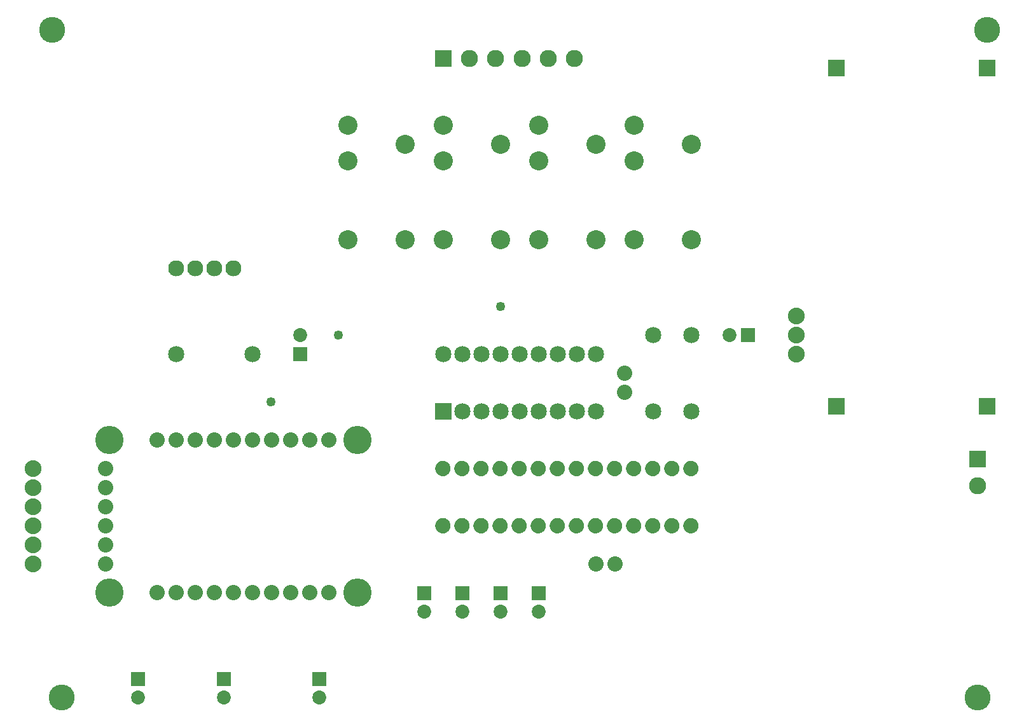
<source format=gts>
G04 MADE WITH FRITZING*
G04 WWW.FRITZING.ORG*
G04 DOUBLE SIDED*
G04 HOLES PLATED*
G04 CONTOUR ON CENTER OF CONTOUR VECTOR*
%ASAXBY*%
%FSLAX23Y23*%
%MOIN*%
%OFA0B0*%
%SFA1.0B1.0*%
%ADD10C,0.148425*%
%ADD11C,0.080000*%
%ADD12C,0.085000*%
%ADD13C,0.072992*%
%ADD14C,0.090000*%
%ADD15C,0.088000*%
%ADD16C,0.049370*%
%ADD17C,0.135984*%
%ADD18C,0.100000*%
%ADD19C,0.083889*%
%ADD20R,0.072992X0.072992*%
%ADD21R,0.090000X0.090000*%
%ADD22R,0.085000X0.085000*%
%ADD23R,0.088000X0.088000*%
%ADD24R,0.001000X0.001000*%
%LNMASK1*%
G90*
G70*
G54D10*
X472Y1572D03*
X1772Y1572D03*
G54D11*
X452Y1422D03*
X452Y1322D03*
X452Y1222D03*
X452Y1122D03*
X452Y1022D03*
X452Y922D03*
X1622Y1572D03*
X1522Y1572D03*
X1422Y1572D03*
X1322Y1572D03*
X1222Y1572D03*
X1122Y1572D03*
X1022Y1572D03*
X922Y1572D03*
X822Y1572D03*
G54D10*
X1772Y772D03*
G54D11*
X722Y1572D03*
G54D10*
X472Y772D03*
G54D11*
X722Y772D03*
X822Y772D03*
X922Y772D03*
X1022Y772D03*
X1122Y772D03*
X1222Y772D03*
X1322Y772D03*
X1422Y772D03*
X1522Y772D03*
X1622Y772D03*
G54D12*
X3322Y1722D03*
X3322Y2122D03*
G54D13*
X2322Y771D03*
X2322Y672D03*
X2522Y771D03*
X2522Y672D03*
X2122Y771D03*
X2122Y672D03*
X2722Y771D03*
X2722Y672D03*
G54D11*
X3022Y922D03*
X3122Y922D03*
G54D13*
X622Y321D03*
X622Y222D03*
X1072Y321D03*
X1072Y222D03*
X1572Y321D03*
X1572Y222D03*
G54D14*
X5022Y1472D03*
X5022Y1334D03*
G54D15*
X4072Y2222D03*
X4072Y2122D03*
X4072Y2022D03*
X72Y1422D03*
X72Y1322D03*
X72Y1222D03*
X72Y1122D03*
X72Y1022D03*
X72Y922D03*
G54D16*
X1672Y2122D03*
X2522Y2272D03*
G54D17*
X5022Y222D03*
X5072Y3722D03*
X222Y222D03*
X172Y3722D03*
G54D12*
X2222Y1722D03*
X2222Y2022D03*
X2322Y1722D03*
X2322Y2022D03*
X2422Y1722D03*
X2422Y2022D03*
X2522Y1722D03*
X2522Y2022D03*
X2622Y1722D03*
X2622Y2022D03*
X2722Y1722D03*
X2722Y2022D03*
X2822Y1722D03*
X2822Y2022D03*
X2922Y1722D03*
X2922Y2022D03*
X3022Y1722D03*
X3022Y2022D03*
G54D11*
X3172Y1922D03*
X3172Y1822D03*
G54D18*
X2022Y3122D03*
X1722Y2622D03*
X2022Y2622D03*
X1722Y3222D03*
X1722Y3037D03*
X2022Y3122D03*
X1722Y2622D03*
X2022Y2622D03*
X1722Y3222D03*
X1722Y3037D03*
X2522Y3122D03*
X2222Y2622D03*
X2522Y2622D03*
X2222Y3222D03*
X2222Y3037D03*
X2522Y3122D03*
X2222Y2622D03*
X2522Y2622D03*
X2222Y3222D03*
X2222Y3037D03*
X3022Y3122D03*
X2722Y2622D03*
X3022Y2622D03*
X2722Y3222D03*
X2722Y3037D03*
X3022Y3122D03*
X2722Y2622D03*
X3022Y2622D03*
X2722Y3222D03*
X2722Y3037D03*
X3522Y3122D03*
X3222Y2622D03*
X3522Y2622D03*
X3222Y3222D03*
X3222Y3037D03*
X3522Y3122D03*
X3222Y2622D03*
X3522Y2622D03*
X3222Y3222D03*
X3222Y3037D03*
G54D14*
X2222Y3572D03*
X2360Y3572D03*
X2498Y3572D03*
X2636Y3572D03*
X2773Y3572D03*
X2911Y3572D03*
G54D19*
X1122Y2472D03*
X1022Y2472D03*
X922Y2472D03*
X822Y2472D03*
G54D12*
X822Y2022D03*
X1222Y2022D03*
G54D13*
X3821Y2122D03*
X3722Y2122D03*
G54D12*
X3522Y1722D03*
X3522Y2122D03*
G54D15*
X5072Y3522D03*
X4285Y3523D03*
X5072Y1751D03*
X4285Y1751D03*
G54D13*
X1472Y2024D03*
X1472Y2122D03*
G54D16*
X1320Y1773D03*
G54D20*
X2322Y771D03*
X2522Y771D03*
X2122Y771D03*
X2722Y771D03*
X622Y321D03*
X1072Y321D03*
X1572Y321D03*
G54D21*
X5022Y1472D03*
G54D22*
X2222Y1722D03*
G54D21*
X2222Y3572D03*
G54D20*
X3821Y2122D03*
G54D21*
X4285Y3522D03*
G54D23*
X5072Y3522D03*
X5072Y1751D03*
X4285Y1751D03*
G54D20*
X1472Y2024D03*
G54D24*
X2217Y1463D02*
X2226Y1463D01*
X2317Y1463D02*
X2326Y1463D01*
X2417Y1463D02*
X2426Y1463D01*
X2517Y1463D02*
X2526Y1463D01*
X2617Y1463D02*
X2626Y1463D01*
X2717Y1463D02*
X2726Y1463D01*
X2817Y1463D02*
X2826Y1463D01*
X2917Y1463D02*
X2926Y1463D01*
X3017Y1463D02*
X3026Y1463D01*
X3117Y1463D02*
X3126Y1463D01*
X3217Y1463D02*
X3226Y1463D01*
X3317Y1463D02*
X3326Y1463D01*
X3417Y1463D02*
X3426Y1463D01*
X3517Y1463D02*
X3526Y1463D01*
X2212Y1462D02*
X2231Y1462D01*
X2312Y1462D02*
X2331Y1462D01*
X2412Y1462D02*
X2431Y1462D01*
X2512Y1462D02*
X2531Y1462D01*
X2612Y1462D02*
X2631Y1462D01*
X2712Y1462D02*
X2731Y1462D01*
X2812Y1462D02*
X2831Y1462D01*
X2912Y1462D02*
X2931Y1462D01*
X3012Y1462D02*
X3031Y1462D01*
X3112Y1462D02*
X3131Y1462D01*
X3212Y1462D02*
X3231Y1462D01*
X3312Y1462D02*
X3331Y1462D01*
X3412Y1462D02*
X3431Y1462D01*
X3512Y1462D02*
X3531Y1462D01*
X2208Y1461D02*
X2234Y1461D01*
X2308Y1461D02*
X2334Y1461D01*
X2408Y1461D02*
X2434Y1461D01*
X2508Y1461D02*
X2534Y1461D01*
X2608Y1461D02*
X2634Y1461D01*
X2708Y1461D02*
X2734Y1461D01*
X2808Y1461D02*
X2834Y1461D01*
X2908Y1461D02*
X2934Y1461D01*
X3008Y1461D02*
X3034Y1461D01*
X3108Y1461D02*
X3134Y1461D01*
X3208Y1461D02*
X3234Y1461D01*
X3308Y1461D02*
X3334Y1461D01*
X3408Y1461D02*
X3434Y1461D01*
X3508Y1461D02*
X3534Y1461D01*
X2206Y1460D02*
X2237Y1460D01*
X2306Y1460D02*
X2337Y1460D01*
X2406Y1460D02*
X2437Y1460D01*
X2506Y1460D02*
X2537Y1460D01*
X2606Y1460D02*
X2637Y1460D01*
X2706Y1460D02*
X2737Y1460D01*
X2806Y1460D02*
X2837Y1460D01*
X2906Y1460D02*
X2937Y1460D01*
X3006Y1460D02*
X3037Y1460D01*
X3106Y1460D02*
X3137Y1460D01*
X3206Y1460D02*
X3237Y1460D01*
X3306Y1460D02*
X3337Y1460D01*
X3406Y1460D02*
X3437Y1460D01*
X3506Y1460D02*
X3537Y1460D01*
X2204Y1459D02*
X2239Y1459D01*
X2304Y1459D02*
X2339Y1459D01*
X2404Y1459D02*
X2439Y1459D01*
X2504Y1459D02*
X2539Y1459D01*
X2604Y1459D02*
X2639Y1459D01*
X2704Y1459D02*
X2739Y1459D01*
X2804Y1459D02*
X2839Y1459D01*
X2904Y1459D02*
X2939Y1459D01*
X3004Y1459D02*
X3039Y1459D01*
X3104Y1459D02*
X3139Y1459D01*
X3204Y1459D02*
X3239Y1459D01*
X3304Y1459D02*
X3339Y1459D01*
X3404Y1459D02*
X3439Y1459D01*
X3504Y1459D02*
X3539Y1459D01*
X2202Y1458D02*
X2241Y1458D01*
X2302Y1458D02*
X2341Y1458D01*
X2402Y1458D02*
X2441Y1458D01*
X2502Y1458D02*
X2541Y1458D01*
X2602Y1458D02*
X2641Y1458D01*
X2702Y1458D02*
X2741Y1458D01*
X2802Y1458D02*
X2841Y1458D01*
X2902Y1458D02*
X2941Y1458D01*
X3002Y1458D02*
X3041Y1458D01*
X3102Y1458D02*
X3141Y1458D01*
X3202Y1458D02*
X3241Y1458D01*
X3302Y1458D02*
X3341Y1458D01*
X3402Y1458D02*
X3441Y1458D01*
X3502Y1458D02*
X3541Y1458D01*
X2200Y1457D02*
X2243Y1457D01*
X2300Y1457D02*
X2342Y1457D01*
X2400Y1457D02*
X2442Y1457D01*
X2500Y1457D02*
X2542Y1457D01*
X2600Y1457D02*
X2642Y1457D01*
X2700Y1457D02*
X2742Y1457D01*
X2800Y1457D02*
X2842Y1457D01*
X2900Y1457D02*
X2942Y1457D01*
X3000Y1457D02*
X3042Y1457D01*
X3100Y1457D02*
X3142Y1457D01*
X3200Y1457D02*
X3242Y1457D01*
X3300Y1457D02*
X3342Y1457D01*
X3400Y1457D02*
X3442Y1457D01*
X3500Y1457D02*
X3542Y1457D01*
X2199Y1456D02*
X2244Y1456D01*
X2299Y1456D02*
X2344Y1456D01*
X2399Y1456D02*
X2444Y1456D01*
X2499Y1456D02*
X2544Y1456D01*
X2599Y1456D02*
X2644Y1456D01*
X2699Y1456D02*
X2744Y1456D01*
X2799Y1456D02*
X2844Y1456D01*
X2899Y1456D02*
X2944Y1456D01*
X2999Y1456D02*
X3044Y1456D01*
X3099Y1456D02*
X3144Y1456D01*
X3199Y1456D02*
X3244Y1456D01*
X3299Y1456D02*
X3344Y1456D01*
X3399Y1456D02*
X3444Y1456D01*
X3499Y1456D02*
X3544Y1456D01*
X2198Y1455D02*
X2245Y1455D01*
X2298Y1455D02*
X2345Y1455D01*
X2398Y1455D02*
X2445Y1455D01*
X2498Y1455D02*
X2545Y1455D01*
X2598Y1455D02*
X2645Y1455D01*
X2697Y1455D02*
X2745Y1455D01*
X2797Y1455D02*
X2845Y1455D01*
X2897Y1455D02*
X2945Y1455D01*
X2997Y1455D02*
X3045Y1455D01*
X3097Y1455D02*
X3145Y1455D01*
X3197Y1455D02*
X3245Y1455D01*
X3297Y1455D02*
X3345Y1455D01*
X3397Y1455D02*
X3445Y1455D01*
X3497Y1455D02*
X3545Y1455D01*
X2196Y1454D02*
X2247Y1454D01*
X2296Y1454D02*
X2347Y1454D01*
X2396Y1454D02*
X2447Y1454D01*
X2496Y1454D02*
X2547Y1454D01*
X2596Y1454D02*
X2647Y1454D01*
X2696Y1454D02*
X2747Y1454D01*
X2796Y1454D02*
X2847Y1454D01*
X2896Y1454D02*
X2947Y1454D01*
X2996Y1454D02*
X3047Y1454D01*
X3096Y1454D02*
X3147Y1454D01*
X3196Y1454D02*
X3247Y1454D01*
X3296Y1454D02*
X3347Y1454D01*
X3396Y1454D02*
X3446Y1454D01*
X3496Y1454D02*
X3546Y1454D01*
X2195Y1453D02*
X2248Y1453D01*
X2295Y1453D02*
X2348Y1453D01*
X2395Y1453D02*
X2448Y1453D01*
X2495Y1453D02*
X2548Y1453D01*
X2595Y1453D02*
X2648Y1453D01*
X2695Y1453D02*
X2748Y1453D01*
X2795Y1453D02*
X2848Y1453D01*
X2895Y1453D02*
X2948Y1453D01*
X2995Y1453D02*
X3048Y1453D01*
X3095Y1453D02*
X3148Y1453D01*
X3195Y1453D02*
X3248Y1453D01*
X3295Y1453D02*
X3348Y1453D01*
X3395Y1453D02*
X3448Y1453D01*
X3495Y1453D02*
X3548Y1453D01*
X2194Y1452D02*
X2249Y1452D01*
X2294Y1452D02*
X2349Y1452D01*
X2394Y1452D02*
X2449Y1452D01*
X2494Y1452D02*
X2549Y1452D01*
X2594Y1452D02*
X2649Y1452D01*
X2694Y1452D02*
X2749Y1452D01*
X2794Y1452D02*
X2849Y1452D01*
X2894Y1452D02*
X2949Y1452D01*
X2994Y1452D02*
X3049Y1452D01*
X3094Y1452D02*
X3149Y1452D01*
X3194Y1452D02*
X3249Y1452D01*
X3294Y1452D02*
X3349Y1452D01*
X3394Y1452D02*
X3449Y1452D01*
X3494Y1452D02*
X3549Y1452D01*
X2193Y1451D02*
X2250Y1451D01*
X2293Y1451D02*
X2350Y1451D01*
X2393Y1451D02*
X2450Y1451D01*
X2493Y1451D02*
X2550Y1451D01*
X2593Y1451D02*
X2650Y1451D01*
X2693Y1451D02*
X2750Y1451D01*
X2793Y1451D02*
X2850Y1451D01*
X2893Y1451D02*
X2950Y1451D01*
X2993Y1451D02*
X3050Y1451D01*
X3093Y1451D02*
X3150Y1451D01*
X3193Y1451D02*
X3250Y1451D01*
X3293Y1451D02*
X3350Y1451D01*
X3393Y1451D02*
X3450Y1451D01*
X3493Y1451D02*
X3550Y1451D01*
X2192Y1450D02*
X2251Y1450D01*
X2292Y1450D02*
X2351Y1450D01*
X2392Y1450D02*
X2451Y1450D01*
X2492Y1450D02*
X2551Y1450D01*
X2592Y1450D02*
X2651Y1450D01*
X2692Y1450D02*
X2751Y1450D01*
X2792Y1450D02*
X2851Y1450D01*
X2892Y1450D02*
X2951Y1450D01*
X2992Y1450D02*
X3051Y1450D01*
X3092Y1450D02*
X3151Y1450D01*
X3192Y1450D02*
X3251Y1450D01*
X3292Y1450D02*
X3351Y1450D01*
X3392Y1450D02*
X3451Y1450D01*
X3492Y1450D02*
X3551Y1450D01*
X2191Y1449D02*
X2252Y1449D01*
X2291Y1449D02*
X2352Y1449D01*
X2391Y1449D02*
X2452Y1449D01*
X2491Y1449D02*
X2552Y1449D01*
X2591Y1449D02*
X2652Y1449D01*
X2691Y1449D02*
X2752Y1449D01*
X2791Y1449D02*
X2852Y1449D01*
X2891Y1449D02*
X2952Y1449D01*
X2991Y1449D02*
X3052Y1449D01*
X3091Y1449D02*
X3152Y1449D01*
X3191Y1449D02*
X3252Y1449D01*
X3291Y1449D02*
X3351Y1449D01*
X3391Y1449D02*
X3451Y1449D01*
X3491Y1449D02*
X3551Y1449D01*
X2190Y1448D02*
X2252Y1448D01*
X2290Y1448D02*
X2352Y1448D01*
X2390Y1448D02*
X2452Y1448D01*
X2490Y1448D02*
X2552Y1448D01*
X2590Y1448D02*
X2652Y1448D01*
X2690Y1448D02*
X2752Y1448D01*
X2790Y1448D02*
X2852Y1448D01*
X2890Y1448D02*
X2952Y1448D01*
X2990Y1448D02*
X3052Y1448D01*
X3090Y1448D02*
X3152Y1448D01*
X3190Y1448D02*
X3252Y1448D01*
X3290Y1448D02*
X3352Y1448D01*
X3390Y1448D02*
X3452Y1448D01*
X3490Y1448D02*
X3552Y1448D01*
X2190Y1447D02*
X2253Y1447D01*
X2290Y1447D02*
X2353Y1447D01*
X2390Y1447D02*
X2453Y1447D01*
X2490Y1447D02*
X2553Y1447D01*
X2590Y1447D02*
X2653Y1447D01*
X2690Y1447D02*
X2753Y1447D01*
X2790Y1447D02*
X2853Y1447D01*
X2890Y1447D02*
X2953Y1447D01*
X2990Y1447D02*
X3053Y1447D01*
X3090Y1447D02*
X3153Y1447D01*
X3190Y1447D02*
X3253Y1447D01*
X3290Y1447D02*
X3353Y1447D01*
X3390Y1447D02*
X3453Y1447D01*
X3490Y1447D02*
X3553Y1447D01*
X2189Y1446D02*
X2254Y1446D01*
X2289Y1446D02*
X2354Y1446D01*
X2389Y1446D02*
X2454Y1446D01*
X2489Y1446D02*
X2554Y1446D01*
X2589Y1446D02*
X2654Y1446D01*
X2689Y1446D02*
X2754Y1446D01*
X2789Y1446D02*
X2854Y1446D01*
X2889Y1446D02*
X2954Y1446D01*
X2989Y1446D02*
X3054Y1446D01*
X3089Y1446D02*
X3154Y1446D01*
X3189Y1446D02*
X3254Y1446D01*
X3289Y1446D02*
X3354Y1446D01*
X3389Y1446D02*
X3454Y1446D01*
X3489Y1446D02*
X3554Y1446D01*
X2188Y1445D02*
X2255Y1445D01*
X2288Y1445D02*
X2354Y1445D01*
X2388Y1445D02*
X2454Y1445D01*
X2488Y1445D02*
X2554Y1445D01*
X2588Y1445D02*
X2654Y1445D01*
X2688Y1445D02*
X2754Y1445D01*
X2788Y1445D02*
X2854Y1445D01*
X2888Y1445D02*
X2954Y1445D01*
X2988Y1445D02*
X3054Y1445D01*
X3088Y1445D02*
X3154Y1445D01*
X3188Y1445D02*
X3254Y1445D01*
X3288Y1445D02*
X3354Y1445D01*
X3388Y1445D02*
X3454Y1445D01*
X3488Y1445D02*
X3554Y1445D01*
X2188Y1444D02*
X2255Y1444D01*
X2288Y1444D02*
X2355Y1444D01*
X2388Y1444D02*
X2455Y1444D01*
X2488Y1444D02*
X2555Y1444D01*
X2588Y1444D02*
X2655Y1444D01*
X2688Y1444D02*
X2755Y1444D01*
X2788Y1444D02*
X2855Y1444D01*
X2888Y1444D02*
X2955Y1444D01*
X2988Y1444D02*
X3055Y1444D01*
X3088Y1444D02*
X3155Y1444D01*
X3188Y1444D02*
X3255Y1444D01*
X3288Y1444D02*
X3355Y1444D01*
X3388Y1444D02*
X3455Y1444D01*
X3488Y1444D02*
X3555Y1444D01*
X2187Y1443D02*
X2256Y1443D01*
X2287Y1443D02*
X2356Y1443D01*
X2387Y1443D02*
X2456Y1443D01*
X2487Y1443D02*
X2556Y1443D01*
X2587Y1443D02*
X2656Y1443D01*
X2687Y1443D02*
X2756Y1443D01*
X2787Y1443D02*
X2856Y1443D01*
X2887Y1443D02*
X2956Y1443D01*
X2987Y1443D02*
X3056Y1443D01*
X3087Y1443D02*
X3156Y1443D01*
X3187Y1443D02*
X3256Y1443D01*
X3287Y1443D02*
X3356Y1443D01*
X3387Y1443D02*
X3456Y1443D01*
X3487Y1443D02*
X3556Y1443D01*
X2187Y1442D02*
X2256Y1442D01*
X2287Y1442D02*
X2356Y1442D01*
X2387Y1442D02*
X2456Y1442D01*
X2487Y1442D02*
X2556Y1442D01*
X2587Y1442D02*
X2656Y1442D01*
X2687Y1442D02*
X2756Y1442D01*
X2787Y1442D02*
X2856Y1442D01*
X2886Y1442D02*
X2956Y1442D01*
X2986Y1442D02*
X3056Y1442D01*
X3086Y1442D02*
X3156Y1442D01*
X3186Y1442D02*
X3256Y1442D01*
X3286Y1442D02*
X3356Y1442D01*
X3386Y1442D02*
X3456Y1442D01*
X3486Y1442D02*
X3556Y1442D01*
X2186Y1441D02*
X2257Y1441D01*
X2286Y1441D02*
X2357Y1441D01*
X2386Y1441D02*
X2457Y1441D01*
X2486Y1441D02*
X2557Y1441D01*
X2586Y1441D02*
X2657Y1441D01*
X2686Y1441D02*
X2757Y1441D01*
X2786Y1441D02*
X2857Y1441D01*
X2886Y1441D02*
X2957Y1441D01*
X2986Y1441D02*
X3057Y1441D01*
X3086Y1441D02*
X3157Y1441D01*
X3186Y1441D02*
X3257Y1441D01*
X3286Y1441D02*
X3357Y1441D01*
X3386Y1441D02*
X3457Y1441D01*
X3486Y1441D02*
X3557Y1441D01*
X2186Y1440D02*
X2257Y1440D01*
X2286Y1440D02*
X2357Y1440D01*
X2386Y1440D02*
X2457Y1440D01*
X2486Y1440D02*
X2557Y1440D01*
X2586Y1440D02*
X2657Y1440D01*
X2686Y1440D02*
X2757Y1440D01*
X2786Y1440D02*
X2857Y1440D01*
X2886Y1440D02*
X2957Y1440D01*
X2985Y1440D02*
X3057Y1440D01*
X3085Y1440D02*
X3157Y1440D01*
X3185Y1440D02*
X3257Y1440D01*
X3285Y1440D02*
X3357Y1440D01*
X3385Y1440D02*
X3457Y1440D01*
X3485Y1440D02*
X3557Y1440D01*
X2185Y1439D02*
X2258Y1439D01*
X2285Y1439D02*
X2358Y1439D01*
X2385Y1439D02*
X2458Y1439D01*
X2485Y1439D02*
X2558Y1439D01*
X2585Y1439D02*
X2658Y1439D01*
X2685Y1439D02*
X2758Y1439D01*
X2785Y1439D02*
X2858Y1439D01*
X2885Y1439D02*
X2958Y1439D01*
X2985Y1439D02*
X3058Y1439D01*
X3085Y1439D02*
X3158Y1439D01*
X3185Y1439D02*
X3258Y1439D01*
X3285Y1439D02*
X3358Y1439D01*
X3385Y1439D02*
X3458Y1439D01*
X3485Y1439D02*
X3558Y1439D01*
X2185Y1438D02*
X2258Y1438D01*
X2285Y1438D02*
X2358Y1438D01*
X2385Y1438D02*
X2458Y1438D01*
X2485Y1438D02*
X2558Y1438D01*
X2585Y1438D02*
X2658Y1438D01*
X2685Y1438D02*
X2758Y1438D01*
X2785Y1438D02*
X2858Y1438D01*
X2885Y1438D02*
X2958Y1438D01*
X2985Y1438D02*
X3058Y1438D01*
X3085Y1438D02*
X3158Y1438D01*
X3185Y1438D02*
X3258Y1438D01*
X3285Y1438D02*
X3358Y1438D01*
X3385Y1438D02*
X3458Y1438D01*
X3485Y1438D02*
X3558Y1438D01*
X2184Y1437D02*
X2259Y1437D01*
X2284Y1437D02*
X2358Y1437D01*
X2384Y1437D02*
X2458Y1437D01*
X2484Y1437D02*
X2558Y1437D01*
X2584Y1437D02*
X2658Y1437D01*
X2684Y1437D02*
X2758Y1437D01*
X2784Y1437D02*
X2858Y1437D01*
X2884Y1437D02*
X2958Y1437D01*
X2984Y1437D02*
X3058Y1437D01*
X3084Y1437D02*
X3158Y1437D01*
X3184Y1437D02*
X3258Y1437D01*
X3284Y1437D02*
X3358Y1437D01*
X3384Y1437D02*
X3458Y1437D01*
X3484Y1437D02*
X3558Y1437D01*
X2184Y1436D02*
X2259Y1436D01*
X2284Y1436D02*
X2359Y1436D01*
X2384Y1436D02*
X2459Y1436D01*
X2484Y1436D02*
X2559Y1436D01*
X2584Y1436D02*
X2659Y1436D01*
X2684Y1436D02*
X2759Y1436D01*
X2784Y1436D02*
X2859Y1436D01*
X2884Y1436D02*
X2959Y1436D01*
X2984Y1436D02*
X3059Y1436D01*
X3084Y1436D02*
X3159Y1436D01*
X3184Y1436D02*
X3259Y1436D01*
X3284Y1436D02*
X3359Y1436D01*
X3384Y1436D02*
X3459Y1436D01*
X3484Y1436D02*
X3559Y1436D01*
X2184Y1435D02*
X2259Y1435D01*
X2284Y1435D02*
X2359Y1435D01*
X2384Y1435D02*
X2459Y1435D01*
X2484Y1435D02*
X2559Y1435D01*
X2584Y1435D02*
X2659Y1435D01*
X2684Y1435D02*
X2759Y1435D01*
X2784Y1435D02*
X2859Y1435D01*
X2884Y1435D02*
X2959Y1435D01*
X2984Y1435D02*
X3059Y1435D01*
X3084Y1435D02*
X3159Y1435D01*
X3184Y1435D02*
X3259Y1435D01*
X3284Y1435D02*
X3359Y1435D01*
X3384Y1435D02*
X3459Y1435D01*
X3484Y1435D02*
X3559Y1435D01*
X2183Y1434D02*
X2259Y1434D01*
X2283Y1434D02*
X2359Y1434D01*
X2383Y1434D02*
X2459Y1434D01*
X2483Y1434D02*
X2559Y1434D01*
X2583Y1434D02*
X2659Y1434D01*
X2683Y1434D02*
X2759Y1434D01*
X2783Y1434D02*
X2859Y1434D01*
X2883Y1434D02*
X2959Y1434D01*
X2983Y1434D02*
X3059Y1434D01*
X3083Y1434D02*
X3159Y1434D01*
X3183Y1434D02*
X3259Y1434D01*
X3283Y1434D02*
X3359Y1434D01*
X3383Y1434D02*
X3459Y1434D01*
X3483Y1434D02*
X3559Y1434D01*
X2183Y1433D02*
X2260Y1433D01*
X2283Y1433D02*
X2360Y1433D01*
X2383Y1433D02*
X2460Y1433D01*
X2483Y1433D02*
X2560Y1433D01*
X2583Y1433D02*
X2660Y1433D01*
X2683Y1433D02*
X2760Y1433D01*
X2783Y1433D02*
X2860Y1433D01*
X2883Y1433D02*
X2960Y1433D01*
X2983Y1433D02*
X3060Y1433D01*
X3083Y1433D02*
X3160Y1433D01*
X3183Y1433D02*
X3260Y1433D01*
X3283Y1433D02*
X3360Y1433D01*
X3383Y1433D02*
X3460Y1433D01*
X3483Y1433D02*
X3560Y1433D01*
X2183Y1432D02*
X2260Y1432D01*
X2283Y1432D02*
X2360Y1432D01*
X2383Y1432D02*
X2460Y1432D01*
X2483Y1432D02*
X2560Y1432D01*
X2583Y1432D02*
X2660Y1432D01*
X2683Y1432D02*
X2760Y1432D01*
X2783Y1432D02*
X2860Y1432D01*
X2883Y1432D02*
X2960Y1432D01*
X2983Y1432D02*
X3060Y1432D01*
X3083Y1432D02*
X3160Y1432D01*
X3183Y1432D02*
X3260Y1432D01*
X3283Y1432D02*
X3360Y1432D01*
X3383Y1432D02*
X3460Y1432D01*
X3483Y1432D02*
X3560Y1432D01*
X2183Y1431D02*
X2260Y1431D01*
X2283Y1431D02*
X2360Y1431D01*
X2383Y1431D02*
X2460Y1431D01*
X2483Y1431D02*
X2560Y1431D01*
X2583Y1431D02*
X2660Y1431D01*
X2683Y1431D02*
X2760Y1431D01*
X2783Y1431D02*
X2860Y1431D01*
X2883Y1431D02*
X2960Y1431D01*
X2983Y1431D02*
X3060Y1431D01*
X3083Y1431D02*
X3160Y1431D01*
X3183Y1431D02*
X3260Y1431D01*
X3283Y1431D02*
X3360Y1431D01*
X3383Y1431D02*
X3460Y1431D01*
X3483Y1431D02*
X3560Y1431D01*
X2183Y1430D02*
X2260Y1430D01*
X2283Y1430D02*
X2360Y1430D01*
X2383Y1430D02*
X2460Y1430D01*
X2483Y1430D02*
X2560Y1430D01*
X2583Y1430D02*
X2660Y1430D01*
X2683Y1430D02*
X2760Y1430D01*
X2783Y1430D02*
X2860Y1430D01*
X2883Y1430D02*
X2960Y1430D01*
X2983Y1430D02*
X3060Y1430D01*
X3082Y1430D02*
X3160Y1430D01*
X3182Y1430D02*
X3260Y1430D01*
X3282Y1430D02*
X3360Y1430D01*
X3382Y1430D02*
X3460Y1430D01*
X3482Y1430D02*
X3560Y1430D01*
X2182Y1429D02*
X2260Y1429D01*
X2282Y1429D02*
X2360Y1429D01*
X2382Y1429D02*
X2460Y1429D01*
X2482Y1429D02*
X2560Y1429D01*
X2582Y1429D02*
X2660Y1429D01*
X2682Y1429D02*
X2760Y1429D01*
X2782Y1429D02*
X2860Y1429D01*
X2882Y1429D02*
X2960Y1429D01*
X2982Y1429D02*
X3060Y1429D01*
X3082Y1429D02*
X3160Y1429D01*
X3182Y1429D02*
X3260Y1429D01*
X3282Y1429D02*
X3360Y1429D01*
X3382Y1429D02*
X3460Y1429D01*
X3482Y1429D02*
X3560Y1429D01*
X2182Y1428D02*
X2261Y1428D01*
X2282Y1428D02*
X2361Y1428D01*
X2382Y1428D02*
X2461Y1428D01*
X2482Y1428D02*
X2561Y1428D01*
X2582Y1428D02*
X2661Y1428D01*
X2682Y1428D02*
X2761Y1428D01*
X2782Y1428D02*
X2861Y1428D01*
X2882Y1428D02*
X2961Y1428D01*
X2982Y1428D02*
X3061Y1428D01*
X3082Y1428D02*
X3160Y1428D01*
X3182Y1428D02*
X3260Y1428D01*
X3282Y1428D02*
X3360Y1428D01*
X3382Y1428D02*
X3460Y1428D01*
X3482Y1428D02*
X3560Y1428D01*
X2182Y1427D02*
X2261Y1427D01*
X2282Y1427D02*
X2361Y1427D01*
X2382Y1427D02*
X2461Y1427D01*
X2482Y1427D02*
X2561Y1427D01*
X2582Y1427D02*
X2661Y1427D01*
X2682Y1427D02*
X2761Y1427D01*
X2782Y1427D02*
X2861Y1427D01*
X2882Y1427D02*
X2961Y1427D01*
X2982Y1427D02*
X3061Y1427D01*
X3082Y1427D02*
X3161Y1427D01*
X3182Y1427D02*
X3261Y1427D01*
X3282Y1427D02*
X3361Y1427D01*
X3382Y1427D02*
X3461Y1427D01*
X3482Y1427D02*
X3561Y1427D01*
X2182Y1426D02*
X2261Y1426D01*
X2282Y1426D02*
X2361Y1426D01*
X2382Y1426D02*
X2461Y1426D01*
X2482Y1426D02*
X2561Y1426D01*
X2582Y1426D02*
X2661Y1426D01*
X2682Y1426D02*
X2761Y1426D01*
X2782Y1426D02*
X2861Y1426D01*
X2882Y1426D02*
X2961Y1426D01*
X2982Y1426D02*
X3061Y1426D01*
X3082Y1426D02*
X3161Y1426D01*
X3182Y1426D02*
X3261Y1426D01*
X3282Y1426D02*
X3361Y1426D01*
X3382Y1426D02*
X3461Y1426D01*
X3482Y1426D02*
X3561Y1426D01*
X2182Y1425D02*
X2261Y1425D01*
X2282Y1425D02*
X2361Y1425D01*
X2382Y1425D02*
X2461Y1425D01*
X2482Y1425D02*
X2561Y1425D01*
X2582Y1425D02*
X2661Y1425D01*
X2682Y1425D02*
X2761Y1425D01*
X2782Y1425D02*
X2861Y1425D01*
X2882Y1425D02*
X2961Y1425D01*
X2982Y1425D02*
X3061Y1425D01*
X3082Y1425D02*
X3161Y1425D01*
X3182Y1425D02*
X3261Y1425D01*
X3282Y1425D02*
X3361Y1425D01*
X3382Y1425D02*
X3461Y1425D01*
X3482Y1425D02*
X3561Y1425D01*
X2182Y1424D02*
X2261Y1424D01*
X2282Y1424D02*
X2361Y1424D01*
X2382Y1424D02*
X2461Y1424D01*
X2482Y1424D02*
X2561Y1424D01*
X2582Y1424D02*
X2661Y1424D01*
X2682Y1424D02*
X2761Y1424D01*
X2782Y1424D02*
X2861Y1424D01*
X2882Y1424D02*
X2961Y1424D01*
X2982Y1424D02*
X3061Y1424D01*
X3082Y1424D02*
X3161Y1424D01*
X3182Y1424D02*
X3261Y1424D01*
X3282Y1424D02*
X3361Y1424D01*
X3382Y1424D02*
X3461Y1424D01*
X3482Y1424D02*
X3561Y1424D01*
X2182Y1423D02*
X2261Y1423D01*
X2282Y1423D02*
X2361Y1423D01*
X2382Y1423D02*
X2461Y1423D01*
X2482Y1423D02*
X2561Y1423D01*
X2582Y1423D02*
X2661Y1423D01*
X2682Y1423D02*
X2761Y1423D01*
X2782Y1423D02*
X2861Y1423D01*
X2882Y1423D02*
X2961Y1423D01*
X2982Y1423D02*
X3061Y1423D01*
X3082Y1423D02*
X3161Y1423D01*
X3182Y1423D02*
X3261Y1423D01*
X3282Y1423D02*
X3361Y1423D01*
X3382Y1423D02*
X3461Y1423D01*
X3482Y1423D02*
X3561Y1423D01*
X2182Y1422D02*
X2261Y1422D01*
X2282Y1422D02*
X2361Y1422D01*
X2382Y1422D02*
X2461Y1422D01*
X2482Y1422D02*
X2561Y1422D01*
X2582Y1422D02*
X2661Y1422D01*
X2682Y1422D02*
X2761Y1422D01*
X2782Y1422D02*
X2861Y1422D01*
X2882Y1422D02*
X2961Y1422D01*
X2982Y1422D02*
X3061Y1422D01*
X3082Y1422D02*
X3161Y1422D01*
X3182Y1422D02*
X3261Y1422D01*
X3282Y1422D02*
X3361Y1422D01*
X3382Y1422D02*
X3461Y1422D01*
X3482Y1422D02*
X3561Y1422D01*
X2182Y1421D02*
X2261Y1421D01*
X2282Y1421D02*
X2361Y1421D01*
X2382Y1421D02*
X2461Y1421D01*
X2482Y1421D02*
X2561Y1421D01*
X2582Y1421D02*
X2661Y1421D01*
X2682Y1421D02*
X2761Y1421D01*
X2782Y1421D02*
X2861Y1421D01*
X2882Y1421D02*
X2961Y1421D01*
X2982Y1421D02*
X3061Y1421D01*
X3082Y1421D02*
X3161Y1421D01*
X3182Y1421D02*
X3261Y1421D01*
X3282Y1421D02*
X3361Y1421D01*
X3382Y1421D02*
X3461Y1421D01*
X3482Y1421D02*
X3561Y1421D01*
X2182Y1420D02*
X2261Y1420D01*
X2282Y1420D02*
X2361Y1420D01*
X2382Y1420D02*
X2461Y1420D01*
X2482Y1420D02*
X2561Y1420D01*
X2582Y1420D02*
X2661Y1420D01*
X2682Y1420D02*
X2761Y1420D01*
X2782Y1420D02*
X2861Y1420D01*
X2882Y1420D02*
X2961Y1420D01*
X2982Y1420D02*
X3061Y1420D01*
X3082Y1420D02*
X3161Y1420D01*
X3182Y1420D02*
X3261Y1420D01*
X3282Y1420D02*
X3361Y1420D01*
X3382Y1420D02*
X3461Y1420D01*
X3482Y1420D02*
X3561Y1420D01*
X2182Y1419D02*
X2261Y1419D01*
X2282Y1419D02*
X2361Y1419D01*
X2382Y1419D02*
X2461Y1419D01*
X2482Y1419D02*
X2561Y1419D01*
X2582Y1419D02*
X2661Y1419D01*
X2682Y1419D02*
X2761Y1419D01*
X2782Y1419D02*
X2861Y1419D01*
X2882Y1419D02*
X2961Y1419D01*
X2982Y1419D02*
X3061Y1419D01*
X3082Y1419D02*
X3161Y1419D01*
X3182Y1419D02*
X3261Y1419D01*
X3282Y1419D02*
X3361Y1419D01*
X3382Y1419D02*
X3460Y1419D01*
X3482Y1419D02*
X3560Y1419D01*
X2182Y1418D02*
X2260Y1418D01*
X2282Y1418D02*
X2360Y1418D01*
X2382Y1418D02*
X2460Y1418D01*
X2482Y1418D02*
X2560Y1418D01*
X2582Y1418D02*
X2660Y1418D01*
X2682Y1418D02*
X2760Y1418D01*
X2782Y1418D02*
X2860Y1418D01*
X2882Y1418D02*
X2960Y1418D01*
X2982Y1418D02*
X3060Y1418D01*
X3082Y1418D02*
X3160Y1418D01*
X3182Y1418D02*
X3260Y1418D01*
X3282Y1418D02*
X3360Y1418D01*
X3382Y1418D02*
X3460Y1418D01*
X3482Y1418D02*
X3560Y1418D01*
X2183Y1417D02*
X2260Y1417D01*
X2283Y1417D02*
X2360Y1417D01*
X2383Y1417D02*
X2460Y1417D01*
X2483Y1417D02*
X2560Y1417D01*
X2583Y1417D02*
X2660Y1417D01*
X2683Y1417D02*
X2760Y1417D01*
X2782Y1417D02*
X2860Y1417D01*
X2882Y1417D02*
X2960Y1417D01*
X2982Y1417D02*
X3060Y1417D01*
X3082Y1417D02*
X3160Y1417D01*
X3182Y1417D02*
X3260Y1417D01*
X3282Y1417D02*
X3360Y1417D01*
X3382Y1417D02*
X3460Y1417D01*
X3482Y1417D02*
X3560Y1417D01*
X2183Y1416D02*
X2260Y1416D01*
X2283Y1416D02*
X2360Y1416D01*
X2383Y1416D02*
X2460Y1416D01*
X2483Y1416D02*
X2560Y1416D01*
X2583Y1416D02*
X2660Y1416D01*
X2683Y1416D02*
X2760Y1416D01*
X2783Y1416D02*
X2860Y1416D01*
X2883Y1416D02*
X2960Y1416D01*
X2983Y1416D02*
X3060Y1416D01*
X3083Y1416D02*
X3160Y1416D01*
X3183Y1416D02*
X3260Y1416D01*
X3283Y1416D02*
X3360Y1416D01*
X3383Y1416D02*
X3460Y1416D01*
X3483Y1416D02*
X3560Y1416D01*
X2183Y1415D02*
X2260Y1415D01*
X2283Y1415D02*
X2360Y1415D01*
X2383Y1415D02*
X2460Y1415D01*
X2483Y1415D02*
X2560Y1415D01*
X2583Y1415D02*
X2660Y1415D01*
X2683Y1415D02*
X2760Y1415D01*
X2783Y1415D02*
X2860Y1415D01*
X2883Y1415D02*
X2960Y1415D01*
X2983Y1415D02*
X3060Y1415D01*
X3083Y1415D02*
X3160Y1415D01*
X3183Y1415D02*
X3260Y1415D01*
X3283Y1415D02*
X3360Y1415D01*
X3383Y1415D02*
X3460Y1415D01*
X3483Y1415D02*
X3560Y1415D01*
X2183Y1414D02*
X2260Y1414D01*
X2283Y1414D02*
X2360Y1414D01*
X2383Y1414D02*
X2460Y1414D01*
X2483Y1414D02*
X2560Y1414D01*
X2583Y1414D02*
X2660Y1414D01*
X2683Y1414D02*
X2760Y1414D01*
X2783Y1414D02*
X2860Y1414D01*
X2883Y1414D02*
X2960Y1414D01*
X2983Y1414D02*
X3060Y1414D01*
X3083Y1414D02*
X3160Y1414D01*
X3183Y1414D02*
X3260Y1414D01*
X3283Y1414D02*
X3360Y1414D01*
X3383Y1414D02*
X3460Y1414D01*
X3483Y1414D02*
X3560Y1414D01*
X2183Y1413D02*
X2259Y1413D01*
X2283Y1413D02*
X2359Y1413D01*
X2383Y1413D02*
X2459Y1413D01*
X2483Y1413D02*
X2559Y1413D01*
X2583Y1413D02*
X2659Y1413D01*
X2683Y1413D02*
X2759Y1413D01*
X2783Y1413D02*
X2859Y1413D01*
X2883Y1413D02*
X2959Y1413D01*
X2983Y1413D02*
X3059Y1413D01*
X3083Y1413D02*
X3159Y1413D01*
X3183Y1413D02*
X3259Y1413D01*
X3283Y1413D02*
X3359Y1413D01*
X3383Y1413D02*
X3459Y1413D01*
X3483Y1413D02*
X3559Y1413D01*
X2184Y1412D02*
X2259Y1412D01*
X2284Y1412D02*
X2359Y1412D01*
X2384Y1412D02*
X2459Y1412D01*
X2484Y1412D02*
X2559Y1412D01*
X2584Y1412D02*
X2659Y1412D01*
X2684Y1412D02*
X2759Y1412D01*
X2784Y1412D02*
X2859Y1412D01*
X2884Y1412D02*
X2959Y1412D01*
X2984Y1412D02*
X3059Y1412D01*
X3084Y1412D02*
X3159Y1412D01*
X3184Y1412D02*
X3259Y1412D01*
X3284Y1412D02*
X3359Y1412D01*
X3384Y1412D02*
X3459Y1412D01*
X3484Y1412D02*
X3559Y1412D01*
X2184Y1411D02*
X2259Y1411D01*
X2284Y1411D02*
X2359Y1411D01*
X2384Y1411D02*
X2459Y1411D01*
X2484Y1411D02*
X2559Y1411D01*
X2584Y1411D02*
X2659Y1411D01*
X2684Y1411D02*
X2759Y1411D01*
X2784Y1411D02*
X2859Y1411D01*
X2884Y1411D02*
X2959Y1411D01*
X2984Y1411D02*
X3059Y1411D01*
X3084Y1411D02*
X3159Y1411D01*
X3184Y1411D02*
X3259Y1411D01*
X3284Y1411D02*
X3359Y1411D01*
X3384Y1411D02*
X3459Y1411D01*
X3484Y1411D02*
X3559Y1411D01*
X2184Y1410D02*
X2259Y1410D01*
X2284Y1410D02*
X2359Y1410D01*
X2384Y1410D02*
X2459Y1410D01*
X2484Y1410D02*
X2559Y1410D01*
X2584Y1410D02*
X2659Y1410D01*
X2684Y1410D02*
X2759Y1410D01*
X2784Y1410D02*
X2858Y1410D01*
X2884Y1410D02*
X2958Y1410D01*
X2984Y1410D02*
X3058Y1410D01*
X3084Y1410D02*
X3158Y1410D01*
X3184Y1410D02*
X3258Y1410D01*
X3284Y1410D02*
X3358Y1410D01*
X3384Y1410D02*
X3458Y1410D01*
X3484Y1410D02*
X3558Y1410D01*
X2185Y1409D02*
X2258Y1409D01*
X2285Y1409D02*
X2358Y1409D01*
X2385Y1409D02*
X2458Y1409D01*
X2485Y1409D02*
X2558Y1409D01*
X2585Y1409D02*
X2658Y1409D01*
X2685Y1409D02*
X2758Y1409D01*
X2785Y1409D02*
X2858Y1409D01*
X2885Y1409D02*
X2958Y1409D01*
X2985Y1409D02*
X3058Y1409D01*
X3085Y1409D02*
X3158Y1409D01*
X3185Y1409D02*
X3258Y1409D01*
X3285Y1409D02*
X3358Y1409D01*
X3385Y1409D02*
X3458Y1409D01*
X3485Y1409D02*
X3558Y1409D01*
X2185Y1408D02*
X2258Y1408D01*
X2285Y1408D02*
X2358Y1408D01*
X2385Y1408D02*
X2458Y1408D01*
X2485Y1408D02*
X2558Y1408D01*
X2585Y1408D02*
X2658Y1408D01*
X2685Y1408D02*
X2758Y1408D01*
X2785Y1408D02*
X2858Y1408D01*
X2885Y1408D02*
X2958Y1408D01*
X2985Y1408D02*
X3058Y1408D01*
X3085Y1408D02*
X3158Y1408D01*
X3185Y1408D02*
X3258Y1408D01*
X3285Y1408D02*
X3358Y1408D01*
X3385Y1408D02*
X3458Y1408D01*
X3485Y1408D02*
X3558Y1408D01*
X2186Y1407D02*
X2257Y1407D01*
X2286Y1407D02*
X2357Y1407D01*
X2385Y1407D02*
X2457Y1407D01*
X2485Y1407D02*
X2557Y1407D01*
X2585Y1407D02*
X2657Y1407D01*
X2685Y1407D02*
X2757Y1407D01*
X2785Y1407D02*
X2857Y1407D01*
X2885Y1407D02*
X2957Y1407D01*
X2985Y1407D02*
X3057Y1407D01*
X3085Y1407D02*
X3157Y1407D01*
X3185Y1407D02*
X3257Y1407D01*
X3285Y1407D02*
X3357Y1407D01*
X3385Y1407D02*
X3457Y1407D01*
X3485Y1407D02*
X3557Y1407D01*
X2186Y1406D02*
X2257Y1406D01*
X2286Y1406D02*
X2357Y1406D01*
X2386Y1406D02*
X2457Y1406D01*
X2486Y1406D02*
X2557Y1406D01*
X2586Y1406D02*
X2657Y1406D01*
X2686Y1406D02*
X2757Y1406D01*
X2786Y1406D02*
X2857Y1406D01*
X2886Y1406D02*
X2957Y1406D01*
X2986Y1406D02*
X3057Y1406D01*
X3086Y1406D02*
X3157Y1406D01*
X3186Y1406D02*
X3257Y1406D01*
X3286Y1406D02*
X3357Y1406D01*
X3386Y1406D02*
X3457Y1406D01*
X3486Y1406D02*
X3557Y1406D01*
X2186Y1405D02*
X2256Y1405D01*
X2286Y1405D02*
X2356Y1405D01*
X2386Y1405D02*
X2456Y1405D01*
X2486Y1405D02*
X2556Y1405D01*
X2586Y1405D02*
X2656Y1405D01*
X2686Y1405D02*
X2756Y1405D01*
X2786Y1405D02*
X2856Y1405D01*
X2886Y1405D02*
X2956Y1405D01*
X2986Y1405D02*
X3056Y1405D01*
X3086Y1405D02*
X3156Y1405D01*
X3186Y1405D02*
X3256Y1405D01*
X3286Y1405D02*
X3356Y1405D01*
X3386Y1405D02*
X3456Y1405D01*
X3486Y1405D02*
X3556Y1405D01*
X2187Y1404D02*
X2256Y1404D01*
X2287Y1404D02*
X2356Y1404D01*
X2387Y1404D02*
X2456Y1404D01*
X2487Y1404D02*
X2556Y1404D01*
X2587Y1404D02*
X2656Y1404D01*
X2687Y1404D02*
X2756Y1404D01*
X2787Y1404D02*
X2856Y1404D01*
X2887Y1404D02*
X2956Y1404D01*
X2987Y1404D02*
X3056Y1404D01*
X3087Y1404D02*
X3156Y1404D01*
X3187Y1404D02*
X3256Y1404D01*
X3287Y1404D02*
X3356Y1404D01*
X3387Y1404D02*
X3456Y1404D01*
X3487Y1404D02*
X3556Y1404D01*
X2188Y1403D02*
X2255Y1403D01*
X2288Y1403D02*
X2355Y1403D01*
X2388Y1403D02*
X2455Y1403D01*
X2488Y1403D02*
X2555Y1403D01*
X2588Y1403D02*
X2655Y1403D01*
X2688Y1403D02*
X2755Y1403D01*
X2788Y1403D02*
X2855Y1403D01*
X2888Y1403D02*
X2955Y1403D01*
X2988Y1403D02*
X3055Y1403D01*
X3088Y1403D02*
X3155Y1403D01*
X3188Y1403D02*
X3255Y1403D01*
X3288Y1403D02*
X3355Y1403D01*
X3388Y1403D02*
X3455Y1403D01*
X3488Y1403D02*
X3555Y1403D01*
X2188Y1402D02*
X2255Y1402D01*
X2288Y1402D02*
X2355Y1402D01*
X2388Y1402D02*
X2455Y1402D01*
X2488Y1402D02*
X2555Y1402D01*
X2588Y1402D02*
X2655Y1402D01*
X2688Y1402D02*
X2755Y1402D01*
X2788Y1402D02*
X2855Y1402D01*
X2888Y1402D02*
X2955Y1402D01*
X2988Y1402D02*
X3055Y1402D01*
X3088Y1402D02*
X3155Y1402D01*
X3188Y1402D02*
X3254Y1402D01*
X3288Y1402D02*
X3354Y1402D01*
X3388Y1402D02*
X3454Y1402D01*
X3488Y1402D02*
X3554Y1402D01*
X2189Y1401D02*
X2254Y1401D01*
X2289Y1401D02*
X2354Y1401D01*
X2389Y1401D02*
X2454Y1401D01*
X2489Y1401D02*
X2554Y1401D01*
X2589Y1401D02*
X2654Y1401D01*
X2689Y1401D02*
X2754Y1401D01*
X2789Y1401D02*
X2854Y1401D01*
X2889Y1401D02*
X2954Y1401D01*
X2989Y1401D02*
X3054Y1401D01*
X3089Y1401D02*
X3154Y1401D01*
X3189Y1401D02*
X3254Y1401D01*
X3289Y1401D02*
X3354Y1401D01*
X3389Y1401D02*
X3454Y1401D01*
X3489Y1401D02*
X3554Y1401D01*
X2190Y1400D02*
X2253Y1400D01*
X2290Y1400D02*
X2353Y1400D01*
X2390Y1400D02*
X2453Y1400D01*
X2490Y1400D02*
X2553Y1400D01*
X2590Y1400D02*
X2653Y1400D01*
X2690Y1400D02*
X2753Y1400D01*
X2790Y1400D02*
X2853Y1400D01*
X2890Y1400D02*
X2953Y1400D01*
X2990Y1400D02*
X3053Y1400D01*
X3090Y1400D02*
X3153Y1400D01*
X3190Y1400D02*
X3253Y1400D01*
X3290Y1400D02*
X3353Y1400D01*
X3389Y1400D02*
X3453Y1400D01*
X3489Y1400D02*
X3553Y1400D01*
X2190Y1399D02*
X2253Y1399D01*
X2290Y1399D02*
X2352Y1399D01*
X2390Y1399D02*
X2452Y1399D01*
X2490Y1399D02*
X2552Y1399D01*
X2590Y1399D02*
X2652Y1399D01*
X2690Y1399D02*
X2752Y1399D01*
X2790Y1399D02*
X2852Y1399D01*
X2890Y1399D02*
X2952Y1399D01*
X2990Y1399D02*
X3052Y1399D01*
X3090Y1399D02*
X3152Y1399D01*
X3190Y1399D02*
X3252Y1399D01*
X3290Y1399D02*
X3352Y1399D01*
X3390Y1399D02*
X3452Y1399D01*
X3490Y1399D02*
X3552Y1399D01*
X2191Y1398D02*
X2252Y1398D01*
X2291Y1398D02*
X2352Y1398D01*
X2391Y1398D02*
X2452Y1398D01*
X2491Y1398D02*
X2552Y1398D01*
X2591Y1398D02*
X2652Y1398D01*
X2691Y1398D02*
X2752Y1398D01*
X2791Y1398D02*
X2852Y1398D01*
X2891Y1398D02*
X2952Y1398D01*
X2991Y1398D02*
X3052Y1398D01*
X3091Y1398D02*
X3152Y1398D01*
X3191Y1398D02*
X3252Y1398D01*
X3291Y1398D02*
X3352Y1398D01*
X3391Y1398D02*
X3452Y1398D01*
X3491Y1398D02*
X3552Y1398D01*
X2192Y1397D02*
X2251Y1397D01*
X2292Y1397D02*
X2351Y1397D01*
X2392Y1397D02*
X2451Y1397D01*
X2492Y1397D02*
X2551Y1397D01*
X2592Y1397D02*
X2651Y1397D01*
X2692Y1397D02*
X2751Y1397D01*
X2792Y1397D02*
X2851Y1397D01*
X2892Y1397D02*
X2951Y1397D01*
X2992Y1397D02*
X3051Y1397D01*
X3092Y1397D02*
X3151Y1397D01*
X3192Y1397D02*
X3251Y1397D01*
X3292Y1397D02*
X3351Y1397D01*
X3392Y1397D02*
X3451Y1397D01*
X3492Y1397D02*
X3551Y1397D01*
X2193Y1396D02*
X2250Y1396D01*
X2293Y1396D02*
X2350Y1396D01*
X2393Y1396D02*
X2450Y1396D01*
X2493Y1396D02*
X2550Y1396D01*
X2593Y1396D02*
X2650Y1396D01*
X2693Y1396D02*
X2750Y1396D01*
X2793Y1396D02*
X2850Y1396D01*
X2893Y1396D02*
X2950Y1396D01*
X2993Y1396D02*
X3050Y1396D01*
X3093Y1396D02*
X3150Y1396D01*
X3193Y1396D02*
X3250Y1396D01*
X3293Y1396D02*
X3350Y1396D01*
X3393Y1396D02*
X3450Y1396D01*
X3493Y1396D02*
X3550Y1396D01*
X2194Y1395D02*
X2249Y1395D01*
X2294Y1395D02*
X2349Y1395D01*
X2394Y1395D02*
X2449Y1395D01*
X2494Y1395D02*
X2549Y1395D01*
X2594Y1395D02*
X2649Y1395D01*
X2694Y1395D02*
X2749Y1395D01*
X2794Y1395D02*
X2849Y1395D01*
X2894Y1395D02*
X2949Y1395D01*
X2994Y1395D02*
X3049Y1395D01*
X3094Y1395D02*
X3149Y1395D01*
X3194Y1395D02*
X3249Y1395D01*
X3294Y1395D02*
X3349Y1395D01*
X3394Y1395D02*
X3449Y1395D01*
X3494Y1395D02*
X3549Y1395D01*
X2195Y1394D02*
X2248Y1394D01*
X2295Y1394D02*
X2348Y1394D01*
X2395Y1394D02*
X2448Y1394D01*
X2495Y1394D02*
X2548Y1394D01*
X2595Y1394D02*
X2648Y1394D01*
X2695Y1394D02*
X2748Y1394D01*
X2795Y1394D02*
X2848Y1394D01*
X2895Y1394D02*
X2948Y1394D01*
X2995Y1394D02*
X3048Y1394D01*
X3095Y1394D02*
X3148Y1394D01*
X3195Y1394D02*
X3248Y1394D01*
X3295Y1394D02*
X3348Y1394D01*
X3395Y1394D02*
X3448Y1394D01*
X3495Y1394D02*
X3548Y1394D01*
X2196Y1393D02*
X2247Y1393D01*
X2296Y1393D02*
X2347Y1393D01*
X2396Y1393D02*
X2447Y1393D01*
X2496Y1393D02*
X2547Y1393D01*
X2596Y1393D02*
X2647Y1393D01*
X2696Y1393D02*
X2747Y1393D01*
X2796Y1393D02*
X2847Y1393D01*
X2896Y1393D02*
X2947Y1393D01*
X2996Y1393D02*
X3047Y1393D01*
X3096Y1393D02*
X3147Y1393D01*
X3196Y1393D02*
X3247Y1393D01*
X3296Y1393D02*
X3347Y1393D01*
X3396Y1393D02*
X3447Y1393D01*
X3496Y1393D02*
X3547Y1393D01*
X2197Y1392D02*
X2246Y1392D01*
X2297Y1392D02*
X2346Y1392D01*
X2397Y1392D02*
X2446Y1392D01*
X2497Y1392D02*
X2546Y1392D01*
X2597Y1392D02*
X2645Y1392D01*
X2697Y1392D02*
X2745Y1392D01*
X2797Y1392D02*
X2845Y1392D01*
X2897Y1392D02*
X2945Y1392D01*
X2997Y1392D02*
X3045Y1392D01*
X3097Y1392D02*
X3145Y1392D01*
X3197Y1392D02*
X3245Y1392D01*
X3297Y1392D02*
X3345Y1392D01*
X3397Y1392D02*
X3445Y1392D01*
X3497Y1392D02*
X3545Y1392D01*
X2199Y1391D02*
X2244Y1391D01*
X2299Y1391D02*
X2344Y1391D01*
X2399Y1391D02*
X2444Y1391D01*
X2499Y1391D02*
X2544Y1391D01*
X2599Y1391D02*
X2644Y1391D01*
X2699Y1391D02*
X2744Y1391D01*
X2799Y1391D02*
X2844Y1391D01*
X2899Y1391D02*
X2944Y1391D01*
X2999Y1391D02*
X3044Y1391D01*
X3099Y1391D02*
X3144Y1391D01*
X3199Y1391D02*
X3244Y1391D01*
X3299Y1391D02*
X3344Y1391D01*
X3399Y1391D02*
X3444Y1391D01*
X3499Y1391D02*
X3544Y1391D01*
X2200Y1390D02*
X2243Y1390D01*
X2300Y1390D02*
X2343Y1390D01*
X2400Y1390D02*
X2443Y1390D01*
X2500Y1390D02*
X2543Y1390D01*
X2600Y1390D02*
X2643Y1390D01*
X2700Y1390D02*
X2743Y1390D01*
X2800Y1390D02*
X2843Y1390D01*
X2900Y1390D02*
X2943Y1390D01*
X3000Y1390D02*
X3043Y1390D01*
X3100Y1390D02*
X3143Y1390D01*
X3200Y1390D02*
X3243Y1390D01*
X3300Y1390D02*
X3343Y1390D01*
X3400Y1390D02*
X3443Y1390D01*
X3500Y1390D02*
X3543Y1390D01*
X2202Y1389D02*
X2241Y1389D01*
X2302Y1389D02*
X2341Y1389D01*
X2402Y1389D02*
X2441Y1389D01*
X2502Y1389D02*
X2541Y1389D01*
X2602Y1389D02*
X2641Y1389D01*
X2702Y1389D02*
X2741Y1389D01*
X2802Y1389D02*
X2841Y1389D01*
X2902Y1389D02*
X2941Y1389D01*
X3002Y1389D02*
X3041Y1389D01*
X3102Y1389D02*
X3141Y1389D01*
X3202Y1389D02*
X3241Y1389D01*
X3302Y1389D02*
X3341Y1389D01*
X3402Y1389D02*
X3441Y1389D01*
X3502Y1389D02*
X3541Y1389D01*
X2203Y1388D02*
X2239Y1388D01*
X2303Y1388D02*
X2339Y1388D01*
X2403Y1388D02*
X2439Y1388D01*
X2503Y1388D02*
X2539Y1388D01*
X2603Y1388D02*
X2639Y1388D01*
X2703Y1388D02*
X2739Y1388D01*
X2803Y1388D02*
X2839Y1388D01*
X2903Y1388D02*
X2939Y1388D01*
X3003Y1388D02*
X3039Y1388D01*
X3103Y1388D02*
X3139Y1388D01*
X3203Y1388D02*
X3239Y1388D01*
X3303Y1388D02*
X3339Y1388D01*
X3403Y1388D02*
X3439Y1388D01*
X3503Y1388D02*
X3539Y1388D01*
X2206Y1387D02*
X2237Y1387D01*
X2306Y1387D02*
X2337Y1387D01*
X2405Y1387D02*
X2437Y1387D01*
X2505Y1387D02*
X2537Y1387D01*
X2605Y1387D02*
X2637Y1387D01*
X2705Y1387D02*
X2737Y1387D01*
X2805Y1387D02*
X2837Y1387D01*
X2905Y1387D02*
X2937Y1387D01*
X3005Y1387D02*
X3037Y1387D01*
X3105Y1387D02*
X3137Y1387D01*
X3205Y1387D02*
X3237Y1387D01*
X3305Y1387D02*
X3337Y1387D01*
X3405Y1387D02*
X3437Y1387D01*
X3505Y1387D02*
X3537Y1387D01*
X2208Y1386D02*
X2235Y1386D01*
X2308Y1386D02*
X2335Y1386D01*
X2408Y1386D02*
X2435Y1386D01*
X2508Y1386D02*
X2535Y1386D01*
X2608Y1386D02*
X2635Y1386D01*
X2708Y1386D02*
X2735Y1386D01*
X2808Y1386D02*
X2835Y1386D01*
X2908Y1386D02*
X2935Y1386D01*
X3008Y1386D02*
X3035Y1386D01*
X3108Y1386D02*
X3135Y1386D01*
X3208Y1386D02*
X3235Y1386D01*
X3308Y1386D02*
X3335Y1386D01*
X3408Y1386D02*
X3435Y1386D01*
X3508Y1386D02*
X3535Y1386D01*
X2211Y1385D02*
X2232Y1385D01*
X2311Y1385D02*
X2332Y1385D01*
X2411Y1385D02*
X2432Y1385D01*
X2511Y1385D02*
X2532Y1385D01*
X2611Y1385D02*
X2632Y1385D01*
X2711Y1385D02*
X2732Y1385D01*
X2811Y1385D02*
X2832Y1385D01*
X2911Y1385D02*
X2932Y1385D01*
X3011Y1385D02*
X3032Y1385D01*
X3111Y1385D02*
X3132Y1385D01*
X3211Y1385D02*
X3232Y1385D01*
X3311Y1385D02*
X3332Y1385D01*
X3411Y1385D02*
X3432Y1385D01*
X3511Y1385D02*
X3532Y1385D01*
X2216Y1384D02*
X2227Y1384D01*
X2316Y1384D02*
X2327Y1384D01*
X2416Y1384D02*
X2427Y1384D01*
X2516Y1384D02*
X2527Y1384D01*
X2616Y1384D02*
X2627Y1384D01*
X2716Y1384D02*
X2727Y1384D01*
X2816Y1384D02*
X2827Y1384D01*
X2916Y1384D02*
X2927Y1384D01*
X3016Y1384D02*
X3027Y1384D01*
X3116Y1384D02*
X3127Y1384D01*
X3216Y1384D02*
X3227Y1384D01*
X3316Y1384D02*
X3327Y1384D01*
X3416Y1384D02*
X3427Y1384D01*
X3516Y1384D02*
X3527Y1384D01*
X2217Y1163D02*
X2226Y1163D01*
X2317Y1163D02*
X2326Y1163D01*
X2417Y1163D02*
X2426Y1163D01*
X2517Y1163D02*
X2526Y1163D01*
X2617Y1163D02*
X2626Y1163D01*
X2717Y1163D02*
X2726Y1163D01*
X2817Y1163D02*
X2826Y1163D01*
X2917Y1163D02*
X2926Y1163D01*
X3017Y1163D02*
X3026Y1163D01*
X3116Y1163D02*
X3126Y1163D01*
X3216Y1163D02*
X3226Y1163D01*
X3316Y1163D02*
X3326Y1163D01*
X3416Y1163D02*
X3426Y1163D01*
X3516Y1163D02*
X3526Y1163D01*
X2212Y1162D02*
X2231Y1162D01*
X2312Y1162D02*
X2331Y1162D01*
X2412Y1162D02*
X2431Y1162D01*
X2512Y1162D02*
X2531Y1162D01*
X2612Y1162D02*
X2631Y1162D01*
X2712Y1162D02*
X2731Y1162D01*
X2812Y1162D02*
X2831Y1162D01*
X2912Y1162D02*
X2931Y1162D01*
X3012Y1162D02*
X3031Y1162D01*
X3111Y1162D02*
X3131Y1162D01*
X3211Y1162D02*
X3231Y1162D01*
X3311Y1162D02*
X3331Y1162D01*
X3411Y1162D02*
X3431Y1162D01*
X3511Y1162D02*
X3531Y1162D01*
X2208Y1161D02*
X2235Y1161D01*
X2308Y1161D02*
X2335Y1161D01*
X2408Y1161D02*
X2435Y1161D01*
X2508Y1161D02*
X2535Y1161D01*
X2608Y1161D02*
X2635Y1161D01*
X2708Y1161D02*
X2735Y1161D01*
X2808Y1161D02*
X2835Y1161D01*
X2908Y1161D02*
X2935Y1161D01*
X3008Y1161D02*
X3035Y1161D01*
X3108Y1161D02*
X3134Y1161D01*
X3208Y1161D02*
X3234Y1161D01*
X3308Y1161D02*
X3334Y1161D01*
X3408Y1161D02*
X3434Y1161D01*
X3508Y1161D02*
X3534Y1161D01*
X2206Y1160D02*
X2237Y1160D01*
X2306Y1160D02*
X2337Y1160D01*
X2406Y1160D02*
X2437Y1160D01*
X2506Y1160D02*
X2537Y1160D01*
X2606Y1160D02*
X2637Y1160D01*
X2706Y1160D02*
X2737Y1160D01*
X2806Y1160D02*
X2837Y1160D01*
X2906Y1160D02*
X2937Y1160D01*
X3006Y1160D02*
X3037Y1160D01*
X3106Y1160D02*
X3137Y1160D01*
X3206Y1160D02*
X3237Y1160D01*
X3306Y1160D02*
X3337Y1160D01*
X3406Y1160D02*
X3437Y1160D01*
X3506Y1160D02*
X3537Y1160D01*
X2204Y1159D02*
X2239Y1159D01*
X2304Y1159D02*
X2339Y1159D01*
X2404Y1159D02*
X2439Y1159D01*
X2504Y1159D02*
X2539Y1159D01*
X2604Y1159D02*
X2639Y1159D01*
X2704Y1159D02*
X2739Y1159D01*
X2804Y1159D02*
X2839Y1159D01*
X2904Y1159D02*
X2939Y1159D01*
X3004Y1159D02*
X3039Y1159D01*
X3104Y1159D02*
X3139Y1159D01*
X3204Y1159D02*
X3239Y1159D01*
X3304Y1159D02*
X3339Y1159D01*
X3404Y1159D02*
X3439Y1159D01*
X3504Y1159D02*
X3539Y1159D01*
X2202Y1158D02*
X2241Y1158D01*
X2302Y1158D02*
X2341Y1158D01*
X2402Y1158D02*
X2441Y1158D01*
X2502Y1158D02*
X2541Y1158D01*
X2602Y1158D02*
X2641Y1158D01*
X2702Y1158D02*
X2741Y1158D01*
X2802Y1158D02*
X2841Y1158D01*
X2902Y1158D02*
X2941Y1158D01*
X3002Y1158D02*
X3041Y1158D01*
X3102Y1158D02*
X3141Y1158D01*
X3202Y1158D02*
X3241Y1158D01*
X3302Y1158D02*
X3341Y1158D01*
X3402Y1158D02*
X3441Y1158D01*
X3502Y1158D02*
X3541Y1158D01*
X2200Y1157D02*
X2243Y1157D01*
X2300Y1157D02*
X2343Y1157D01*
X2400Y1157D02*
X2443Y1157D01*
X2500Y1157D02*
X2543Y1157D01*
X2600Y1157D02*
X2643Y1157D01*
X2700Y1157D02*
X2743Y1157D01*
X2800Y1157D02*
X2843Y1157D01*
X2900Y1157D02*
X2942Y1157D01*
X3000Y1157D02*
X3042Y1157D01*
X3100Y1157D02*
X3142Y1157D01*
X3200Y1157D02*
X3242Y1157D01*
X3300Y1157D02*
X3342Y1157D01*
X3400Y1157D02*
X3442Y1157D01*
X3500Y1157D02*
X3542Y1157D01*
X2199Y1156D02*
X2244Y1156D01*
X2299Y1156D02*
X2344Y1156D01*
X2399Y1156D02*
X2444Y1156D01*
X2499Y1156D02*
X2544Y1156D01*
X2599Y1156D02*
X2644Y1156D01*
X2699Y1156D02*
X2744Y1156D01*
X2799Y1156D02*
X2844Y1156D01*
X2899Y1156D02*
X2944Y1156D01*
X2999Y1156D02*
X3044Y1156D01*
X3099Y1156D02*
X3144Y1156D01*
X3199Y1156D02*
X3244Y1156D01*
X3299Y1156D02*
X3344Y1156D01*
X3399Y1156D02*
X3444Y1156D01*
X3499Y1156D02*
X3544Y1156D01*
X2197Y1155D02*
X2245Y1155D01*
X2297Y1155D02*
X2345Y1155D01*
X2397Y1155D02*
X2445Y1155D01*
X2497Y1155D02*
X2545Y1155D01*
X2597Y1155D02*
X2645Y1155D01*
X2697Y1155D02*
X2745Y1155D01*
X2797Y1155D02*
X2845Y1155D01*
X2897Y1155D02*
X2945Y1155D01*
X2997Y1155D02*
X3045Y1155D01*
X3097Y1155D02*
X3145Y1155D01*
X3197Y1155D02*
X3245Y1155D01*
X3297Y1155D02*
X3345Y1155D01*
X3397Y1155D02*
X3445Y1155D01*
X3497Y1155D02*
X3545Y1155D01*
X2196Y1154D02*
X2247Y1154D01*
X2296Y1154D02*
X2347Y1154D01*
X2396Y1154D02*
X2447Y1154D01*
X2496Y1154D02*
X2547Y1154D01*
X2596Y1154D02*
X2647Y1154D01*
X2696Y1154D02*
X2747Y1154D01*
X2796Y1154D02*
X2847Y1154D01*
X2896Y1154D02*
X2947Y1154D01*
X2996Y1154D02*
X3047Y1154D01*
X3096Y1154D02*
X3147Y1154D01*
X3196Y1154D02*
X3247Y1154D01*
X3296Y1154D02*
X3347Y1154D01*
X3396Y1154D02*
X3447Y1154D01*
X3496Y1154D02*
X3547Y1154D01*
X2195Y1153D02*
X2248Y1153D01*
X2295Y1153D02*
X2348Y1153D01*
X2395Y1153D02*
X2448Y1153D01*
X2495Y1153D02*
X2548Y1153D01*
X2595Y1153D02*
X2648Y1153D01*
X2695Y1153D02*
X2748Y1153D01*
X2795Y1153D02*
X2848Y1153D01*
X2895Y1153D02*
X2948Y1153D01*
X2995Y1153D02*
X3048Y1153D01*
X3095Y1153D02*
X3148Y1153D01*
X3195Y1153D02*
X3248Y1153D01*
X3295Y1153D02*
X3348Y1153D01*
X3395Y1153D02*
X3448Y1153D01*
X3495Y1153D02*
X3548Y1153D01*
X2194Y1152D02*
X2249Y1152D01*
X2294Y1152D02*
X2349Y1152D01*
X2394Y1152D02*
X2449Y1152D01*
X2494Y1152D02*
X2549Y1152D01*
X2594Y1152D02*
X2649Y1152D01*
X2694Y1152D02*
X2749Y1152D01*
X2794Y1152D02*
X2849Y1152D01*
X2894Y1152D02*
X2949Y1152D01*
X2994Y1152D02*
X3049Y1152D01*
X3094Y1152D02*
X3149Y1152D01*
X3194Y1152D02*
X3249Y1152D01*
X3294Y1152D02*
X3349Y1152D01*
X3394Y1152D02*
X3449Y1152D01*
X3494Y1152D02*
X3549Y1152D01*
X2193Y1151D02*
X2250Y1151D01*
X2293Y1151D02*
X2350Y1151D01*
X2393Y1151D02*
X2450Y1151D01*
X2493Y1151D02*
X2550Y1151D01*
X2593Y1151D02*
X2650Y1151D01*
X2693Y1151D02*
X2750Y1151D01*
X2793Y1151D02*
X2850Y1151D01*
X2893Y1151D02*
X2950Y1151D01*
X2993Y1151D02*
X3050Y1151D01*
X3093Y1151D02*
X3150Y1151D01*
X3193Y1151D02*
X3250Y1151D01*
X3293Y1151D02*
X3350Y1151D01*
X3393Y1151D02*
X3450Y1151D01*
X3493Y1151D02*
X3550Y1151D01*
X2192Y1150D02*
X2251Y1150D01*
X2292Y1150D02*
X2351Y1150D01*
X2392Y1150D02*
X2451Y1150D01*
X2492Y1150D02*
X2551Y1150D01*
X2592Y1150D02*
X2651Y1150D01*
X2692Y1150D02*
X2751Y1150D01*
X2792Y1150D02*
X2851Y1150D01*
X2892Y1150D02*
X2951Y1150D01*
X2992Y1150D02*
X3051Y1150D01*
X3092Y1150D02*
X3151Y1150D01*
X3192Y1150D02*
X3251Y1150D01*
X3292Y1150D02*
X3351Y1150D01*
X3392Y1150D02*
X3451Y1150D01*
X3492Y1150D02*
X3551Y1150D01*
X2191Y1149D02*
X2252Y1149D01*
X2291Y1149D02*
X2352Y1149D01*
X2391Y1149D02*
X2452Y1149D01*
X2491Y1149D02*
X2552Y1149D01*
X2591Y1149D02*
X2652Y1149D01*
X2691Y1149D02*
X2752Y1149D01*
X2791Y1149D02*
X2852Y1149D01*
X2891Y1149D02*
X2952Y1149D01*
X2991Y1149D02*
X3052Y1149D01*
X3091Y1149D02*
X3152Y1149D01*
X3191Y1149D02*
X3252Y1149D01*
X3291Y1149D02*
X3352Y1149D01*
X3391Y1149D02*
X3452Y1149D01*
X3491Y1149D02*
X3552Y1149D01*
X2190Y1148D02*
X2252Y1148D01*
X2290Y1148D02*
X2352Y1148D01*
X2390Y1148D02*
X2452Y1148D01*
X2490Y1148D02*
X2552Y1148D01*
X2590Y1148D02*
X2652Y1148D01*
X2690Y1148D02*
X2752Y1148D01*
X2790Y1148D02*
X2852Y1148D01*
X2890Y1148D02*
X2952Y1148D01*
X2990Y1148D02*
X3052Y1148D01*
X3090Y1148D02*
X3152Y1148D01*
X3190Y1148D02*
X3252Y1148D01*
X3290Y1148D02*
X3352Y1148D01*
X3390Y1148D02*
X3452Y1148D01*
X3490Y1148D02*
X3552Y1148D01*
X2190Y1147D02*
X2253Y1147D01*
X2290Y1147D02*
X2353Y1147D01*
X2390Y1147D02*
X2453Y1147D01*
X2490Y1147D02*
X2553Y1147D01*
X2590Y1147D02*
X2653Y1147D01*
X2690Y1147D02*
X2753Y1147D01*
X2790Y1147D02*
X2853Y1147D01*
X2890Y1147D02*
X2953Y1147D01*
X2990Y1147D02*
X3053Y1147D01*
X3090Y1147D02*
X3153Y1147D01*
X3190Y1147D02*
X3253Y1147D01*
X3290Y1147D02*
X3353Y1147D01*
X3390Y1147D02*
X3453Y1147D01*
X3490Y1147D02*
X3553Y1147D01*
X2189Y1146D02*
X2254Y1146D01*
X2289Y1146D02*
X2354Y1146D01*
X2389Y1146D02*
X2454Y1146D01*
X2489Y1146D02*
X2554Y1146D01*
X2589Y1146D02*
X2654Y1146D01*
X2689Y1146D02*
X2754Y1146D01*
X2789Y1146D02*
X2854Y1146D01*
X2889Y1146D02*
X2954Y1146D01*
X2989Y1146D02*
X3054Y1146D01*
X3089Y1146D02*
X3154Y1146D01*
X3189Y1146D02*
X3254Y1146D01*
X3289Y1146D02*
X3354Y1146D01*
X3389Y1146D02*
X3454Y1146D01*
X3489Y1146D02*
X3554Y1146D01*
X2188Y1145D02*
X2255Y1145D01*
X2288Y1145D02*
X2355Y1145D01*
X2388Y1145D02*
X2455Y1145D01*
X2488Y1145D02*
X2554Y1145D01*
X2588Y1145D02*
X2654Y1145D01*
X2688Y1145D02*
X2754Y1145D01*
X2788Y1145D02*
X2854Y1145D01*
X2888Y1145D02*
X2954Y1145D01*
X2988Y1145D02*
X3054Y1145D01*
X3088Y1145D02*
X3154Y1145D01*
X3188Y1145D02*
X3254Y1145D01*
X3288Y1145D02*
X3354Y1145D01*
X3388Y1145D02*
X3454Y1145D01*
X3488Y1145D02*
X3554Y1145D01*
X2188Y1144D02*
X2255Y1144D01*
X2288Y1144D02*
X2355Y1144D01*
X2388Y1144D02*
X2455Y1144D01*
X2488Y1144D02*
X2555Y1144D01*
X2588Y1144D02*
X2655Y1144D01*
X2688Y1144D02*
X2755Y1144D01*
X2788Y1144D02*
X2855Y1144D01*
X2888Y1144D02*
X2955Y1144D01*
X2988Y1144D02*
X3055Y1144D01*
X3088Y1144D02*
X3155Y1144D01*
X3188Y1144D02*
X3255Y1144D01*
X3288Y1144D02*
X3355Y1144D01*
X3388Y1144D02*
X3455Y1144D01*
X3488Y1144D02*
X3555Y1144D01*
X2187Y1143D02*
X2256Y1143D01*
X2287Y1143D02*
X2356Y1143D01*
X2387Y1143D02*
X2456Y1143D01*
X2487Y1143D02*
X2556Y1143D01*
X2587Y1143D02*
X2656Y1143D01*
X2687Y1143D02*
X2756Y1143D01*
X2787Y1143D02*
X2856Y1143D01*
X2887Y1143D02*
X2956Y1143D01*
X2987Y1143D02*
X3056Y1143D01*
X3087Y1143D02*
X3156Y1143D01*
X3187Y1143D02*
X3256Y1143D01*
X3287Y1143D02*
X3356Y1143D01*
X3387Y1143D02*
X3456Y1143D01*
X3487Y1143D02*
X3556Y1143D01*
X2187Y1142D02*
X2256Y1142D01*
X2287Y1142D02*
X2356Y1142D01*
X2387Y1142D02*
X2456Y1142D01*
X2487Y1142D02*
X2556Y1142D01*
X2587Y1142D02*
X2656Y1142D01*
X2687Y1142D02*
X2756Y1142D01*
X2786Y1142D02*
X2856Y1142D01*
X2886Y1142D02*
X2956Y1142D01*
X2986Y1142D02*
X3056Y1142D01*
X3086Y1142D02*
X3156Y1142D01*
X3186Y1142D02*
X3256Y1142D01*
X3286Y1142D02*
X3356Y1142D01*
X3386Y1142D02*
X3456Y1142D01*
X3486Y1142D02*
X3556Y1142D01*
X2186Y1141D02*
X2257Y1141D01*
X2286Y1141D02*
X2357Y1141D01*
X2386Y1141D02*
X2457Y1141D01*
X2486Y1141D02*
X2557Y1141D01*
X2586Y1141D02*
X2657Y1141D01*
X2686Y1141D02*
X2757Y1141D01*
X2786Y1141D02*
X2857Y1141D01*
X2886Y1141D02*
X2957Y1141D01*
X2986Y1141D02*
X3057Y1141D01*
X3086Y1141D02*
X3157Y1141D01*
X3186Y1141D02*
X3257Y1141D01*
X3286Y1141D02*
X3357Y1141D01*
X3386Y1141D02*
X3457Y1141D01*
X3486Y1141D02*
X3557Y1141D01*
X2186Y1140D02*
X2257Y1140D01*
X2286Y1140D02*
X2357Y1140D01*
X2386Y1140D02*
X2457Y1140D01*
X2486Y1140D02*
X2557Y1140D01*
X2586Y1140D02*
X2657Y1140D01*
X2686Y1140D02*
X2757Y1140D01*
X2786Y1140D02*
X2857Y1140D01*
X2885Y1140D02*
X2957Y1140D01*
X2985Y1140D02*
X3057Y1140D01*
X3085Y1140D02*
X3157Y1140D01*
X3185Y1140D02*
X3257Y1140D01*
X3285Y1140D02*
X3357Y1140D01*
X3385Y1140D02*
X3457Y1140D01*
X3485Y1140D02*
X3557Y1140D01*
X2185Y1139D02*
X2258Y1139D01*
X2285Y1139D02*
X2358Y1139D01*
X2385Y1139D02*
X2458Y1139D01*
X2485Y1139D02*
X2558Y1139D01*
X2585Y1139D02*
X2658Y1139D01*
X2685Y1139D02*
X2758Y1139D01*
X2785Y1139D02*
X2858Y1139D01*
X2885Y1139D02*
X2958Y1139D01*
X2985Y1139D02*
X3058Y1139D01*
X3085Y1139D02*
X3158Y1139D01*
X3185Y1139D02*
X3258Y1139D01*
X3285Y1139D02*
X3358Y1139D01*
X3385Y1139D02*
X3458Y1139D01*
X3485Y1139D02*
X3558Y1139D01*
X2185Y1138D02*
X2258Y1138D01*
X2285Y1138D02*
X2358Y1138D01*
X2385Y1138D02*
X2458Y1138D01*
X2485Y1138D02*
X2558Y1138D01*
X2585Y1138D02*
X2658Y1138D01*
X2685Y1138D02*
X2758Y1138D01*
X2785Y1138D02*
X2858Y1138D01*
X2885Y1138D02*
X2958Y1138D01*
X2985Y1138D02*
X3058Y1138D01*
X3085Y1138D02*
X3158Y1138D01*
X3185Y1138D02*
X3258Y1138D01*
X3285Y1138D02*
X3358Y1138D01*
X3385Y1138D02*
X3458Y1138D01*
X3485Y1138D02*
X3558Y1138D01*
X2184Y1137D02*
X2259Y1137D01*
X2284Y1137D02*
X2359Y1137D01*
X2384Y1137D02*
X2458Y1137D01*
X2484Y1137D02*
X2558Y1137D01*
X2584Y1137D02*
X2658Y1137D01*
X2684Y1137D02*
X2758Y1137D01*
X2784Y1137D02*
X2858Y1137D01*
X2884Y1137D02*
X2958Y1137D01*
X2984Y1137D02*
X3058Y1137D01*
X3084Y1137D02*
X3158Y1137D01*
X3184Y1137D02*
X3258Y1137D01*
X3284Y1137D02*
X3358Y1137D01*
X3384Y1137D02*
X3458Y1137D01*
X3484Y1137D02*
X3558Y1137D01*
X2184Y1136D02*
X2259Y1136D01*
X2284Y1136D02*
X2359Y1136D01*
X2384Y1136D02*
X2459Y1136D01*
X2484Y1136D02*
X2559Y1136D01*
X2584Y1136D02*
X2659Y1136D01*
X2684Y1136D02*
X2759Y1136D01*
X2784Y1136D02*
X2859Y1136D01*
X2884Y1136D02*
X2959Y1136D01*
X2984Y1136D02*
X3059Y1136D01*
X3084Y1136D02*
X3159Y1136D01*
X3184Y1136D02*
X3259Y1136D01*
X3284Y1136D02*
X3359Y1136D01*
X3384Y1136D02*
X3459Y1136D01*
X3484Y1136D02*
X3559Y1136D01*
X2184Y1135D02*
X2259Y1135D01*
X2284Y1135D02*
X2359Y1135D01*
X2384Y1135D02*
X2459Y1135D01*
X2484Y1135D02*
X2559Y1135D01*
X2584Y1135D02*
X2659Y1135D01*
X2684Y1135D02*
X2759Y1135D01*
X2784Y1135D02*
X2859Y1135D01*
X2884Y1135D02*
X2959Y1135D01*
X2984Y1135D02*
X3059Y1135D01*
X3084Y1135D02*
X3159Y1135D01*
X3184Y1135D02*
X3259Y1135D01*
X3284Y1135D02*
X3359Y1135D01*
X3384Y1135D02*
X3459Y1135D01*
X3484Y1135D02*
X3559Y1135D01*
X2183Y1134D02*
X2259Y1134D01*
X2283Y1134D02*
X2359Y1134D01*
X2383Y1134D02*
X2459Y1134D01*
X2483Y1134D02*
X2559Y1134D01*
X2583Y1134D02*
X2659Y1134D01*
X2683Y1134D02*
X2759Y1134D01*
X2783Y1134D02*
X2859Y1134D01*
X2883Y1134D02*
X2959Y1134D01*
X2983Y1134D02*
X3059Y1134D01*
X3083Y1134D02*
X3159Y1134D01*
X3183Y1134D02*
X3259Y1134D01*
X3283Y1134D02*
X3359Y1134D01*
X3383Y1134D02*
X3459Y1134D01*
X3483Y1134D02*
X3559Y1134D01*
X2183Y1133D02*
X2260Y1133D01*
X2283Y1133D02*
X2360Y1133D01*
X2383Y1133D02*
X2460Y1133D01*
X2483Y1133D02*
X2560Y1133D01*
X2583Y1133D02*
X2660Y1133D01*
X2683Y1133D02*
X2760Y1133D01*
X2783Y1133D02*
X2860Y1133D01*
X2883Y1133D02*
X2960Y1133D01*
X2983Y1133D02*
X3060Y1133D01*
X3083Y1133D02*
X3160Y1133D01*
X3183Y1133D02*
X3260Y1133D01*
X3283Y1133D02*
X3360Y1133D01*
X3383Y1133D02*
X3460Y1133D01*
X3483Y1133D02*
X3560Y1133D01*
X2183Y1132D02*
X2260Y1132D01*
X2283Y1132D02*
X2360Y1132D01*
X2383Y1132D02*
X2460Y1132D01*
X2483Y1132D02*
X2560Y1132D01*
X2583Y1132D02*
X2660Y1132D01*
X2683Y1132D02*
X2760Y1132D01*
X2783Y1132D02*
X2860Y1132D01*
X2883Y1132D02*
X2960Y1132D01*
X2983Y1132D02*
X3060Y1132D01*
X3083Y1132D02*
X3160Y1132D01*
X3183Y1132D02*
X3260Y1132D01*
X3283Y1132D02*
X3360Y1132D01*
X3383Y1132D02*
X3460Y1132D01*
X3483Y1132D02*
X3560Y1132D01*
X2183Y1131D02*
X2260Y1131D01*
X2283Y1131D02*
X2360Y1131D01*
X2383Y1131D02*
X2460Y1131D01*
X2483Y1131D02*
X2560Y1131D01*
X2583Y1131D02*
X2660Y1131D01*
X2683Y1131D02*
X2760Y1131D01*
X2783Y1131D02*
X2860Y1131D01*
X2883Y1131D02*
X2960Y1131D01*
X2983Y1131D02*
X3060Y1131D01*
X3083Y1131D02*
X3160Y1131D01*
X3183Y1131D02*
X3260Y1131D01*
X3283Y1131D02*
X3360Y1131D01*
X3383Y1131D02*
X3460Y1131D01*
X3483Y1131D02*
X3560Y1131D01*
X2183Y1130D02*
X2260Y1130D01*
X2283Y1130D02*
X2360Y1130D01*
X2383Y1130D02*
X2460Y1130D01*
X2483Y1130D02*
X2560Y1130D01*
X2583Y1130D02*
X2660Y1130D01*
X2683Y1130D02*
X2760Y1130D01*
X2783Y1130D02*
X2860Y1130D01*
X2883Y1130D02*
X2960Y1130D01*
X2983Y1130D02*
X3060Y1130D01*
X3082Y1130D02*
X3160Y1130D01*
X3182Y1130D02*
X3260Y1130D01*
X3282Y1130D02*
X3360Y1130D01*
X3382Y1130D02*
X3460Y1130D01*
X3482Y1130D02*
X3560Y1130D01*
X2182Y1129D02*
X2260Y1129D01*
X2282Y1129D02*
X2360Y1129D01*
X2382Y1129D02*
X2460Y1129D01*
X2482Y1129D02*
X2560Y1129D01*
X2582Y1129D02*
X2660Y1129D01*
X2682Y1129D02*
X2760Y1129D01*
X2782Y1129D02*
X2860Y1129D01*
X2882Y1129D02*
X2960Y1129D01*
X2982Y1129D02*
X3060Y1129D01*
X3082Y1129D02*
X3160Y1129D01*
X3182Y1129D02*
X3260Y1129D01*
X3282Y1129D02*
X3360Y1129D01*
X3382Y1129D02*
X3460Y1129D01*
X3482Y1129D02*
X3560Y1129D01*
X2182Y1128D02*
X2261Y1128D01*
X2282Y1128D02*
X2361Y1128D01*
X2382Y1128D02*
X2461Y1128D01*
X2482Y1128D02*
X2561Y1128D01*
X2582Y1128D02*
X2661Y1128D01*
X2682Y1128D02*
X2761Y1128D01*
X2782Y1128D02*
X2861Y1128D01*
X2882Y1128D02*
X2961Y1128D01*
X2982Y1128D02*
X3061Y1128D01*
X3082Y1128D02*
X3161Y1128D01*
X3182Y1128D02*
X3260Y1128D01*
X3282Y1128D02*
X3360Y1128D01*
X3382Y1128D02*
X3460Y1128D01*
X3482Y1128D02*
X3560Y1128D01*
X2182Y1127D02*
X2261Y1127D01*
X2282Y1127D02*
X2361Y1127D01*
X2382Y1127D02*
X2461Y1127D01*
X2482Y1127D02*
X2561Y1127D01*
X2582Y1127D02*
X2661Y1127D01*
X2682Y1127D02*
X2761Y1127D01*
X2782Y1127D02*
X2861Y1127D01*
X2882Y1127D02*
X2961Y1127D01*
X2982Y1127D02*
X3061Y1127D01*
X3082Y1127D02*
X3161Y1127D01*
X3182Y1127D02*
X3261Y1127D01*
X3282Y1127D02*
X3361Y1127D01*
X3382Y1127D02*
X3461Y1127D01*
X3482Y1127D02*
X3561Y1127D01*
X2182Y1126D02*
X2261Y1126D01*
X2282Y1126D02*
X2361Y1126D01*
X2382Y1126D02*
X2461Y1126D01*
X2482Y1126D02*
X2561Y1126D01*
X2582Y1126D02*
X2661Y1126D01*
X2682Y1126D02*
X2761Y1126D01*
X2782Y1126D02*
X2861Y1126D01*
X2882Y1126D02*
X2961Y1126D01*
X2982Y1126D02*
X3061Y1126D01*
X3082Y1126D02*
X3161Y1126D01*
X3182Y1126D02*
X3261Y1126D01*
X3282Y1126D02*
X3361Y1126D01*
X3382Y1126D02*
X3461Y1126D01*
X3482Y1126D02*
X3561Y1126D01*
X2182Y1125D02*
X2261Y1125D01*
X2282Y1125D02*
X2361Y1125D01*
X2382Y1125D02*
X2461Y1125D01*
X2482Y1125D02*
X2561Y1125D01*
X2582Y1125D02*
X2661Y1125D01*
X2682Y1125D02*
X2761Y1125D01*
X2782Y1125D02*
X2861Y1125D01*
X2882Y1125D02*
X2961Y1125D01*
X2982Y1125D02*
X3061Y1125D01*
X3082Y1125D02*
X3161Y1125D01*
X3182Y1125D02*
X3261Y1125D01*
X3282Y1125D02*
X3361Y1125D01*
X3382Y1125D02*
X3461Y1125D01*
X3482Y1125D02*
X3561Y1125D01*
X2182Y1124D02*
X2261Y1124D01*
X2282Y1124D02*
X2361Y1124D01*
X2382Y1124D02*
X2461Y1124D01*
X2482Y1124D02*
X2561Y1124D01*
X2582Y1124D02*
X2661Y1124D01*
X2682Y1124D02*
X2761Y1124D01*
X2782Y1124D02*
X2861Y1124D01*
X2882Y1124D02*
X2961Y1124D01*
X2982Y1124D02*
X3061Y1124D01*
X3082Y1124D02*
X3161Y1124D01*
X3182Y1124D02*
X3261Y1124D01*
X3282Y1124D02*
X3361Y1124D01*
X3382Y1124D02*
X3461Y1124D01*
X3482Y1124D02*
X3561Y1124D01*
X2182Y1123D02*
X2261Y1123D01*
X2282Y1123D02*
X2361Y1123D01*
X2382Y1123D02*
X2461Y1123D01*
X2482Y1123D02*
X2561Y1123D01*
X2582Y1123D02*
X2661Y1123D01*
X2682Y1123D02*
X2761Y1123D01*
X2782Y1123D02*
X2861Y1123D01*
X2882Y1123D02*
X2961Y1123D01*
X2982Y1123D02*
X3061Y1123D01*
X3082Y1123D02*
X3161Y1123D01*
X3182Y1123D02*
X3261Y1123D01*
X3282Y1123D02*
X3361Y1123D01*
X3382Y1123D02*
X3461Y1123D01*
X3482Y1123D02*
X3561Y1123D01*
X2182Y1122D02*
X2261Y1122D01*
X2282Y1122D02*
X2361Y1122D01*
X2382Y1122D02*
X2461Y1122D01*
X2482Y1122D02*
X2561Y1122D01*
X2582Y1122D02*
X2661Y1122D01*
X2682Y1122D02*
X2761Y1122D01*
X2782Y1122D02*
X2861Y1122D01*
X2882Y1122D02*
X2961Y1122D01*
X2982Y1122D02*
X3061Y1122D01*
X3082Y1122D02*
X3161Y1122D01*
X3182Y1122D02*
X3261Y1122D01*
X3282Y1122D02*
X3361Y1122D01*
X3382Y1122D02*
X3461Y1122D01*
X3482Y1122D02*
X3561Y1122D01*
X2182Y1121D02*
X2261Y1121D01*
X2282Y1121D02*
X2361Y1121D01*
X2382Y1121D02*
X2461Y1121D01*
X2482Y1121D02*
X2561Y1121D01*
X2582Y1121D02*
X2661Y1121D01*
X2682Y1121D02*
X2761Y1121D01*
X2782Y1121D02*
X2861Y1121D01*
X2882Y1121D02*
X2961Y1121D01*
X2982Y1121D02*
X3061Y1121D01*
X3082Y1121D02*
X3161Y1121D01*
X3182Y1121D02*
X3261Y1121D01*
X3282Y1121D02*
X3361Y1121D01*
X3382Y1121D02*
X3461Y1121D01*
X3482Y1121D02*
X3561Y1121D01*
X2182Y1120D02*
X2261Y1120D01*
X2282Y1120D02*
X2361Y1120D01*
X2382Y1120D02*
X2461Y1120D01*
X2482Y1120D02*
X2561Y1120D01*
X2582Y1120D02*
X2661Y1120D01*
X2682Y1120D02*
X2761Y1120D01*
X2782Y1120D02*
X2861Y1120D01*
X2882Y1120D02*
X2961Y1120D01*
X2982Y1120D02*
X3061Y1120D01*
X3082Y1120D02*
X3161Y1120D01*
X3182Y1120D02*
X3261Y1120D01*
X3282Y1120D02*
X3361Y1120D01*
X3382Y1120D02*
X3461Y1120D01*
X3482Y1120D02*
X3561Y1120D01*
X2182Y1119D02*
X2261Y1119D01*
X2282Y1119D02*
X2361Y1119D01*
X2382Y1119D02*
X2461Y1119D01*
X2482Y1119D02*
X2561Y1119D01*
X2582Y1119D02*
X2661Y1119D01*
X2682Y1119D02*
X2761Y1119D01*
X2782Y1119D02*
X2861Y1119D01*
X2882Y1119D02*
X2961Y1119D01*
X2982Y1119D02*
X3061Y1119D01*
X3082Y1119D02*
X3161Y1119D01*
X3182Y1119D02*
X3260Y1119D01*
X3282Y1119D02*
X3360Y1119D01*
X3382Y1119D02*
X3460Y1119D01*
X3482Y1119D02*
X3560Y1119D01*
X2182Y1118D02*
X2260Y1118D01*
X2282Y1118D02*
X2360Y1118D01*
X2382Y1118D02*
X2460Y1118D01*
X2482Y1118D02*
X2560Y1118D01*
X2582Y1118D02*
X2660Y1118D01*
X2682Y1118D02*
X2760Y1118D01*
X2782Y1118D02*
X2860Y1118D01*
X2882Y1118D02*
X2960Y1118D01*
X2982Y1118D02*
X3060Y1118D01*
X3082Y1118D02*
X3160Y1118D01*
X3182Y1118D02*
X3260Y1118D01*
X3282Y1118D02*
X3360Y1118D01*
X3382Y1118D02*
X3460Y1118D01*
X3482Y1118D02*
X3560Y1118D01*
X2183Y1117D02*
X2260Y1117D01*
X2283Y1117D02*
X2360Y1117D01*
X2383Y1117D02*
X2460Y1117D01*
X2483Y1117D02*
X2560Y1117D01*
X2583Y1117D02*
X2660Y1117D01*
X2683Y1117D02*
X2760Y1117D01*
X2783Y1117D02*
X2860Y1117D01*
X2882Y1117D02*
X2960Y1117D01*
X2982Y1117D02*
X3060Y1117D01*
X3082Y1117D02*
X3160Y1117D01*
X3182Y1117D02*
X3260Y1117D01*
X3282Y1117D02*
X3360Y1117D01*
X3382Y1117D02*
X3460Y1117D01*
X3482Y1117D02*
X3560Y1117D01*
X2183Y1116D02*
X2260Y1116D01*
X2283Y1116D02*
X2360Y1116D01*
X2383Y1116D02*
X2460Y1116D01*
X2483Y1116D02*
X2560Y1116D01*
X2583Y1116D02*
X2660Y1116D01*
X2683Y1116D02*
X2760Y1116D01*
X2783Y1116D02*
X2860Y1116D01*
X2883Y1116D02*
X2960Y1116D01*
X2983Y1116D02*
X3060Y1116D01*
X3083Y1116D02*
X3160Y1116D01*
X3183Y1116D02*
X3260Y1116D01*
X3283Y1116D02*
X3360Y1116D01*
X3383Y1116D02*
X3460Y1116D01*
X3483Y1116D02*
X3560Y1116D01*
X2183Y1115D02*
X2260Y1115D01*
X2283Y1115D02*
X2360Y1115D01*
X2383Y1115D02*
X2460Y1115D01*
X2483Y1115D02*
X2560Y1115D01*
X2583Y1115D02*
X2660Y1115D01*
X2683Y1115D02*
X2760Y1115D01*
X2783Y1115D02*
X2860Y1115D01*
X2883Y1115D02*
X2960Y1115D01*
X2983Y1115D02*
X3060Y1115D01*
X3083Y1115D02*
X3160Y1115D01*
X3183Y1115D02*
X3260Y1115D01*
X3283Y1115D02*
X3360Y1115D01*
X3383Y1115D02*
X3460Y1115D01*
X3483Y1115D02*
X3560Y1115D01*
X2183Y1114D02*
X2260Y1114D01*
X2283Y1114D02*
X2360Y1114D01*
X2383Y1114D02*
X2460Y1114D01*
X2483Y1114D02*
X2560Y1114D01*
X2583Y1114D02*
X2660Y1114D01*
X2683Y1114D02*
X2760Y1114D01*
X2783Y1114D02*
X2860Y1114D01*
X2883Y1114D02*
X2960Y1114D01*
X2983Y1114D02*
X3060Y1114D01*
X3083Y1114D02*
X3160Y1114D01*
X3183Y1114D02*
X3260Y1114D01*
X3283Y1114D02*
X3360Y1114D01*
X3383Y1114D02*
X3460Y1114D01*
X3483Y1114D02*
X3560Y1114D01*
X2183Y1113D02*
X2259Y1113D01*
X2283Y1113D02*
X2359Y1113D01*
X2383Y1113D02*
X2459Y1113D01*
X2483Y1113D02*
X2559Y1113D01*
X2583Y1113D02*
X2659Y1113D01*
X2683Y1113D02*
X2759Y1113D01*
X2783Y1113D02*
X2859Y1113D01*
X2883Y1113D02*
X2959Y1113D01*
X2983Y1113D02*
X3059Y1113D01*
X3083Y1113D02*
X3159Y1113D01*
X3183Y1113D02*
X3259Y1113D01*
X3283Y1113D02*
X3359Y1113D01*
X3383Y1113D02*
X3459Y1113D01*
X3483Y1113D02*
X3559Y1113D01*
X2184Y1112D02*
X2259Y1112D01*
X2284Y1112D02*
X2359Y1112D01*
X2384Y1112D02*
X2459Y1112D01*
X2484Y1112D02*
X2559Y1112D01*
X2584Y1112D02*
X2659Y1112D01*
X2684Y1112D02*
X2759Y1112D01*
X2784Y1112D02*
X2859Y1112D01*
X2884Y1112D02*
X2959Y1112D01*
X2984Y1112D02*
X3059Y1112D01*
X3084Y1112D02*
X3159Y1112D01*
X3184Y1112D02*
X3259Y1112D01*
X3284Y1112D02*
X3359Y1112D01*
X3384Y1112D02*
X3459Y1112D01*
X3484Y1112D02*
X3559Y1112D01*
X2184Y1111D02*
X2259Y1111D01*
X2284Y1111D02*
X2359Y1111D01*
X2384Y1111D02*
X2459Y1111D01*
X2484Y1111D02*
X2559Y1111D01*
X2584Y1111D02*
X2659Y1111D01*
X2684Y1111D02*
X2759Y1111D01*
X2784Y1111D02*
X2859Y1111D01*
X2884Y1111D02*
X2959Y1111D01*
X2984Y1111D02*
X3059Y1111D01*
X3084Y1111D02*
X3159Y1111D01*
X3184Y1111D02*
X3259Y1111D01*
X3284Y1111D02*
X3359Y1111D01*
X3384Y1111D02*
X3459Y1111D01*
X3484Y1111D02*
X3559Y1111D01*
X2184Y1110D02*
X2259Y1110D01*
X2284Y1110D02*
X2359Y1110D01*
X2384Y1110D02*
X2459Y1110D01*
X2484Y1110D02*
X2559Y1110D01*
X2584Y1110D02*
X2658Y1110D01*
X2684Y1110D02*
X2758Y1110D01*
X2784Y1110D02*
X2858Y1110D01*
X2884Y1110D02*
X2958Y1110D01*
X2984Y1110D02*
X3058Y1110D01*
X3084Y1110D02*
X3158Y1110D01*
X3184Y1110D02*
X3258Y1110D01*
X3284Y1110D02*
X3358Y1110D01*
X3384Y1110D02*
X3458Y1110D01*
X3484Y1110D02*
X3558Y1110D01*
X2185Y1109D02*
X2258Y1109D01*
X2285Y1109D02*
X2358Y1109D01*
X2385Y1109D02*
X2458Y1109D01*
X2485Y1109D02*
X2558Y1109D01*
X2585Y1109D02*
X2658Y1109D01*
X2685Y1109D02*
X2758Y1109D01*
X2785Y1109D02*
X2858Y1109D01*
X2885Y1109D02*
X2958Y1109D01*
X2985Y1109D02*
X3058Y1109D01*
X3085Y1109D02*
X3158Y1109D01*
X3185Y1109D02*
X3258Y1109D01*
X3285Y1109D02*
X3358Y1109D01*
X3385Y1109D02*
X3458Y1109D01*
X3485Y1109D02*
X3558Y1109D01*
X2185Y1108D02*
X2258Y1108D01*
X2285Y1108D02*
X2358Y1108D01*
X2385Y1108D02*
X2458Y1108D01*
X2485Y1108D02*
X2558Y1108D01*
X2585Y1108D02*
X2658Y1108D01*
X2685Y1108D02*
X2758Y1108D01*
X2785Y1108D02*
X2858Y1108D01*
X2885Y1108D02*
X2958Y1108D01*
X2985Y1108D02*
X3058Y1108D01*
X3085Y1108D02*
X3158Y1108D01*
X3185Y1108D02*
X3258Y1108D01*
X3285Y1108D02*
X3358Y1108D01*
X3385Y1108D02*
X3458Y1108D01*
X3485Y1108D02*
X3558Y1108D01*
X2186Y1107D02*
X2257Y1107D01*
X2286Y1107D02*
X2357Y1107D01*
X2386Y1107D02*
X2457Y1107D01*
X2485Y1107D02*
X2557Y1107D01*
X2585Y1107D02*
X2657Y1107D01*
X2685Y1107D02*
X2757Y1107D01*
X2785Y1107D02*
X2857Y1107D01*
X2885Y1107D02*
X2957Y1107D01*
X2985Y1107D02*
X3057Y1107D01*
X3085Y1107D02*
X3157Y1107D01*
X3185Y1107D02*
X3257Y1107D01*
X3285Y1107D02*
X3357Y1107D01*
X3385Y1107D02*
X3457Y1107D01*
X3485Y1107D02*
X3557Y1107D01*
X2186Y1106D02*
X2257Y1106D01*
X2286Y1106D02*
X2357Y1106D01*
X2386Y1106D02*
X2457Y1106D01*
X2486Y1106D02*
X2557Y1106D01*
X2586Y1106D02*
X2657Y1106D01*
X2686Y1106D02*
X2757Y1106D01*
X2786Y1106D02*
X2857Y1106D01*
X2886Y1106D02*
X2957Y1106D01*
X2986Y1106D02*
X3057Y1106D01*
X3086Y1106D02*
X3157Y1106D01*
X3186Y1106D02*
X3257Y1106D01*
X3286Y1106D02*
X3357Y1106D01*
X3386Y1106D02*
X3457Y1106D01*
X3486Y1106D02*
X3557Y1106D01*
X2187Y1105D02*
X2256Y1105D01*
X2287Y1105D02*
X2356Y1105D01*
X2386Y1105D02*
X2456Y1105D01*
X2486Y1105D02*
X2556Y1105D01*
X2586Y1105D02*
X2656Y1105D01*
X2686Y1105D02*
X2756Y1105D01*
X2786Y1105D02*
X2856Y1105D01*
X2886Y1105D02*
X2956Y1105D01*
X2986Y1105D02*
X3056Y1105D01*
X3086Y1105D02*
X3156Y1105D01*
X3186Y1105D02*
X3256Y1105D01*
X3286Y1105D02*
X3356Y1105D01*
X3386Y1105D02*
X3456Y1105D01*
X3486Y1105D02*
X3556Y1105D01*
X2187Y1104D02*
X2256Y1104D01*
X2287Y1104D02*
X2356Y1104D01*
X2387Y1104D02*
X2456Y1104D01*
X2487Y1104D02*
X2556Y1104D01*
X2587Y1104D02*
X2656Y1104D01*
X2687Y1104D02*
X2756Y1104D01*
X2787Y1104D02*
X2856Y1104D01*
X2887Y1104D02*
X2956Y1104D01*
X2987Y1104D02*
X3056Y1104D01*
X3087Y1104D02*
X3156Y1104D01*
X3187Y1104D02*
X3256Y1104D01*
X3287Y1104D02*
X3356Y1104D01*
X3387Y1104D02*
X3456Y1104D01*
X3487Y1104D02*
X3556Y1104D01*
X2188Y1103D02*
X2255Y1103D01*
X2288Y1103D02*
X2355Y1103D01*
X2388Y1103D02*
X2455Y1103D01*
X2488Y1103D02*
X2555Y1103D01*
X2588Y1103D02*
X2655Y1103D01*
X2688Y1103D02*
X2755Y1103D01*
X2788Y1103D02*
X2855Y1103D01*
X2888Y1103D02*
X2955Y1103D01*
X2988Y1103D02*
X3055Y1103D01*
X3088Y1103D02*
X3155Y1103D01*
X3188Y1103D02*
X3255Y1103D01*
X3288Y1103D02*
X3355Y1103D01*
X3388Y1103D02*
X3455Y1103D01*
X3488Y1103D02*
X3555Y1103D01*
X2188Y1102D02*
X2255Y1102D01*
X2288Y1102D02*
X2355Y1102D01*
X2388Y1102D02*
X2455Y1102D01*
X2488Y1102D02*
X2555Y1102D01*
X2588Y1102D02*
X2655Y1102D01*
X2688Y1102D02*
X2755Y1102D01*
X2788Y1102D02*
X2855Y1102D01*
X2888Y1102D02*
X2954Y1102D01*
X2988Y1102D02*
X3054Y1102D01*
X3088Y1102D02*
X3154Y1102D01*
X3188Y1102D02*
X3254Y1102D01*
X3288Y1102D02*
X3354Y1102D01*
X3388Y1102D02*
X3454Y1102D01*
X3488Y1102D02*
X3554Y1102D01*
X2189Y1101D02*
X2254Y1101D01*
X2289Y1101D02*
X2354Y1101D01*
X2389Y1101D02*
X2454Y1101D01*
X2489Y1101D02*
X2554Y1101D01*
X2589Y1101D02*
X2654Y1101D01*
X2689Y1101D02*
X2754Y1101D01*
X2789Y1101D02*
X2854Y1101D01*
X2889Y1101D02*
X2954Y1101D01*
X2989Y1101D02*
X3054Y1101D01*
X3089Y1101D02*
X3154Y1101D01*
X3189Y1101D02*
X3254Y1101D01*
X3289Y1101D02*
X3354Y1101D01*
X3389Y1101D02*
X3454Y1101D01*
X3489Y1101D02*
X3554Y1101D01*
X2190Y1100D02*
X2253Y1100D01*
X2290Y1100D02*
X2353Y1100D01*
X2390Y1100D02*
X2453Y1100D01*
X2490Y1100D02*
X2553Y1100D01*
X2590Y1100D02*
X2653Y1100D01*
X2690Y1100D02*
X2753Y1100D01*
X2790Y1100D02*
X2853Y1100D01*
X2890Y1100D02*
X2953Y1100D01*
X2990Y1100D02*
X3053Y1100D01*
X3090Y1100D02*
X3153Y1100D01*
X3190Y1100D02*
X3253Y1100D01*
X3290Y1100D02*
X3353Y1100D01*
X3390Y1100D02*
X3453Y1100D01*
X3490Y1100D02*
X3553Y1100D01*
X2190Y1099D02*
X2252Y1099D01*
X2290Y1099D02*
X2352Y1099D01*
X2390Y1099D02*
X2452Y1099D01*
X2490Y1099D02*
X2552Y1099D01*
X2590Y1099D02*
X2652Y1099D01*
X2690Y1099D02*
X2752Y1099D01*
X2790Y1099D02*
X2852Y1099D01*
X2890Y1099D02*
X2952Y1099D01*
X2990Y1099D02*
X3052Y1099D01*
X3090Y1099D02*
X3152Y1099D01*
X3190Y1099D02*
X3252Y1099D01*
X3290Y1099D02*
X3352Y1099D01*
X3390Y1099D02*
X3452Y1099D01*
X3490Y1099D02*
X3552Y1099D01*
X2191Y1098D02*
X2252Y1098D01*
X2291Y1098D02*
X2352Y1098D01*
X2391Y1098D02*
X2452Y1098D01*
X2491Y1098D02*
X2552Y1098D01*
X2591Y1098D02*
X2652Y1098D01*
X2691Y1098D02*
X2752Y1098D01*
X2791Y1098D02*
X2852Y1098D01*
X2891Y1098D02*
X2952Y1098D01*
X2991Y1098D02*
X3052Y1098D01*
X3091Y1098D02*
X3152Y1098D01*
X3191Y1098D02*
X3252Y1098D01*
X3291Y1098D02*
X3352Y1098D01*
X3391Y1098D02*
X3452Y1098D01*
X3491Y1098D02*
X3552Y1098D01*
X2192Y1097D02*
X2251Y1097D01*
X2292Y1097D02*
X2351Y1097D01*
X2392Y1097D02*
X2451Y1097D01*
X2492Y1097D02*
X2551Y1097D01*
X2592Y1097D02*
X2651Y1097D01*
X2692Y1097D02*
X2751Y1097D01*
X2792Y1097D02*
X2851Y1097D01*
X2892Y1097D02*
X2951Y1097D01*
X2992Y1097D02*
X3051Y1097D01*
X3092Y1097D02*
X3151Y1097D01*
X3192Y1097D02*
X3251Y1097D01*
X3292Y1097D02*
X3351Y1097D01*
X3392Y1097D02*
X3451Y1097D01*
X3492Y1097D02*
X3551Y1097D01*
X2193Y1096D02*
X2250Y1096D01*
X2293Y1096D02*
X2350Y1096D01*
X2393Y1096D02*
X2450Y1096D01*
X2493Y1096D02*
X2550Y1096D01*
X2593Y1096D02*
X2650Y1096D01*
X2693Y1096D02*
X2750Y1096D01*
X2793Y1096D02*
X2850Y1096D01*
X2893Y1096D02*
X2950Y1096D01*
X2993Y1096D02*
X3050Y1096D01*
X3093Y1096D02*
X3150Y1096D01*
X3193Y1096D02*
X3250Y1096D01*
X3293Y1096D02*
X3350Y1096D01*
X3393Y1096D02*
X3450Y1096D01*
X3493Y1096D02*
X3550Y1096D01*
X2194Y1095D02*
X2249Y1095D01*
X2294Y1095D02*
X2349Y1095D01*
X2394Y1095D02*
X2449Y1095D01*
X2494Y1095D02*
X2549Y1095D01*
X2594Y1095D02*
X2649Y1095D01*
X2694Y1095D02*
X2749Y1095D01*
X2794Y1095D02*
X2849Y1095D01*
X2894Y1095D02*
X2949Y1095D01*
X2994Y1095D02*
X3049Y1095D01*
X3094Y1095D02*
X3149Y1095D01*
X3194Y1095D02*
X3249Y1095D01*
X3294Y1095D02*
X3349Y1095D01*
X3394Y1095D02*
X3449Y1095D01*
X3494Y1095D02*
X3549Y1095D01*
X2195Y1094D02*
X2248Y1094D01*
X2295Y1094D02*
X2348Y1094D01*
X2395Y1094D02*
X2448Y1094D01*
X2495Y1094D02*
X2548Y1094D01*
X2595Y1094D02*
X2648Y1094D01*
X2695Y1094D02*
X2748Y1094D01*
X2795Y1094D02*
X2848Y1094D01*
X2895Y1094D02*
X2948Y1094D01*
X2995Y1094D02*
X3048Y1094D01*
X3095Y1094D02*
X3148Y1094D01*
X3195Y1094D02*
X3248Y1094D01*
X3295Y1094D02*
X3348Y1094D01*
X3395Y1094D02*
X3448Y1094D01*
X3495Y1094D02*
X3548Y1094D01*
X2196Y1093D02*
X2247Y1093D01*
X2296Y1093D02*
X2347Y1093D01*
X2396Y1093D02*
X2447Y1093D01*
X2496Y1093D02*
X2547Y1093D01*
X2596Y1093D02*
X2647Y1093D01*
X2696Y1093D02*
X2747Y1093D01*
X2796Y1093D02*
X2847Y1093D01*
X2896Y1093D02*
X2947Y1093D01*
X2996Y1093D02*
X3047Y1093D01*
X3096Y1093D02*
X3147Y1093D01*
X3196Y1093D02*
X3247Y1093D01*
X3296Y1093D02*
X3347Y1093D01*
X3396Y1093D02*
X3447Y1093D01*
X3496Y1093D02*
X3547Y1093D01*
X2197Y1092D02*
X2245Y1092D01*
X2297Y1092D02*
X2345Y1092D01*
X2397Y1092D02*
X2445Y1092D01*
X2497Y1092D02*
X2545Y1092D01*
X2597Y1092D02*
X2645Y1092D01*
X2697Y1092D02*
X2745Y1092D01*
X2797Y1092D02*
X2845Y1092D01*
X2897Y1092D02*
X2945Y1092D01*
X2997Y1092D02*
X3045Y1092D01*
X3097Y1092D02*
X3145Y1092D01*
X3197Y1092D02*
X3245Y1092D01*
X3297Y1092D02*
X3345Y1092D01*
X3397Y1092D02*
X3445Y1092D01*
X3497Y1092D02*
X3545Y1092D01*
X2199Y1091D02*
X2244Y1091D01*
X2299Y1091D02*
X2344Y1091D01*
X2399Y1091D02*
X2444Y1091D01*
X2499Y1091D02*
X2544Y1091D01*
X2599Y1091D02*
X2644Y1091D01*
X2699Y1091D02*
X2744Y1091D01*
X2799Y1091D02*
X2844Y1091D01*
X2899Y1091D02*
X2944Y1091D01*
X2999Y1091D02*
X3044Y1091D01*
X3099Y1091D02*
X3144Y1091D01*
X3199Y1091D02*
X3244Y1091D01*
X3299Y1091D02*
X3344Y1091D01*
X3399Y1091D02*
X3444Y1091D01*
X3499Y1091D02*
X3544Y1091D01*
X2200Y1090D02*
X2243Y1090D01*
X2300Y1090D02*
X2343Y1090D01*
X2400Y1090D02*
X2443Y1090D01*
X2500Y1090D02*
X2543Y1090D01*
X2600Y1090D02*
X2643Y1090D01*
X2700Y1090D02*
X2743Y1090D01*
X2800Y1090D02*
X2843Y1090D01*
X2900Y1090D02*
X2943Y1090D01*
X3000Y1090D02*
X3043Y1090D01*
X3100Y1090D02*
X3143Y1090D01*
X3200Y1090D02*
X3243Y1090D01*
X3300Y1090D02*
X3343Y1090D01*
X3400Y1090D02*
X3443Y1090D01*
X3500Y1090D02*
X3543Y1090D01*
X2202Y1089D02*
X2241Y1089D01*
X2302Y1089D02*
X2341Y1089D01*
X2402Y1089D02*
X2441Y1089D01*
X2502Y1089D02*
X2541Y1089D01*
X2602Y1089D02*
X2641Y1089D01*
X2702Y1089D02*
X2741Y1089D01*
X2802Y1089D02*
X2841Y1089D01*
X2902Y1089D02*
X2941Y1089D01*
X3002Y1089D02*
X3041Y1089D01*
X3102Y1089D02*
X3141Y1089D01*
X3202Y1089D02*
X3241Y1089D01*
X3302Y1089D02*
X3341Y1089D01*
X3402Y1089D02*
X3441Y1089D01*
X3502Y1089D02*
X3541Y1089D01*
X2204Y1088D02*
X2239Y1088D01*
X2304Y1088D02*
X2339Y1088D01*
X2404Y1088D02*
X2439Y1088D01*
X2504Y1088D02*
X2539Y1088D01*
X2604Y1088D02*
X2639Y1088D01*
X2704Y1088D02*
X2739Y1088D01*
X2804Y1088D02*
X2839Y1088D01*
X2903Y1088D02*
X2939Y1088D01*
X3003Y1088D02*
X3039Y1088D01*
X3103Y1088D02*
X3139Y1088D01*
X3203Y1088D02*
X3239Y1088D01*
X3303Y1088D02*
X3339Y1088D01*
X3403Y1088D02*
X3439Y1088D01*
X3503Y1088D02*
X3539Y1088D01*
X2206Y1087D02*
X2237Y1087D01*
X2306Y1087D02*
X2337Y1087D01*
X2406Y1087D02*
X2437Y1087D01*
X2506Y1087D02*
X2537Y1087D01*
X2606Y1087D02*
X2637Y1087D01*
X2706Y1087D02*
X2737Y1087D01*
X2806Y1087D02*
X2837Y1087D01*
X2906Y1087D02*
X2937Y1087D01*
X3006Y1087D02*
X3037Y1087D01*
X3106Y1087D02*
X3137Y1087D01*
X3205Y1087D02*
X3237Y1087D01*
X3305Y1087D02*
X3337Y1087D01*
X3405Y1087D02*
X3437Y1087D01*
X3505Y1087D02*
X3537Y1087D01*
X2208Y1086D02*
X2235Y1086D01*
X2308Y1086D02*
X2335Y1086D01*
X2408Y1086D02*
X2435Y1086D01*
X2508Y1086D02*
X2535Y1086D01*
X2608Y1086D02*
X2635Y1086D01*
X2708Y1086D02*
X2735Y1086D01*
X2808Y1086D02*
X2835Y1086D01*
X2908Y1086D02*
X2935Y1086D01*
X3008Y1086D02*
X3035Y1086D01*
X3108Y1086D02*
X3135Y1086D01*
X3208Y1086D02*
X3235Y1086D01*
X3308Y1086D02*
X3335Y1086D01*
X3408Y1086D02*
X3435Y1086D01*
X3508Y1086D02*
X3535Y1086D01*
X2211Y1085D02*
X2232Y1085D01*
X2311Y1085D02*
X2332Y1085D01*
X2411Y1085D02*
X2432Y1085D01*
X2511Y1085D02*
X2532Y1085D01*
X2611Y1085D02*
X2631Y1085D01*
X2711Y1085D02*
X2731Y1085D01*
X2811Y1085D02*
X2831Y1085D01*
X2911Y1085D02*
X2931Y1085D01*
X3011Y1085D02*
X3031Y1085D01*
X3111Y1085D02*
X3131Y1085D01*
X3211Y1085D02*
X3231Y1085D01*
X3311Y1085D02*
X3331Y1085D01*
X3411Y1085D02*
X3431Y1085D01*
X3511Y1085D02*
X3531Y1085D01*
X2216Y1084D02*
X2227Y1084D01*
X2316Y1084D02*
X2327Y1084D01*
X2416Y1084D02*
X2427Y1084D01*
X2516Y1084D02*
X2527Y1084D01*
X2616Y1084D02*
X2627Y1084D01*
X2716Y1084D02*
X2727Y1084D01*
X2816Y1084D02*
X2827Y1084D01*
X2916Y1084D02*
X2927Y1084D01*
X3016Y1084D02*
X3027Y1084D01*
X3116Y1084D02*
X3127Y1084D01*
X3216Y1084D02*
X3227Y1084D01*
X3316Y1084D02*
X3327Y1084D01*
X3416Y1084D02*
X3427Y1084D01*
X3516Y1084D02*
X3527Y1084D01*
D02*
G04 End of Mask1*
M02*
</source>
